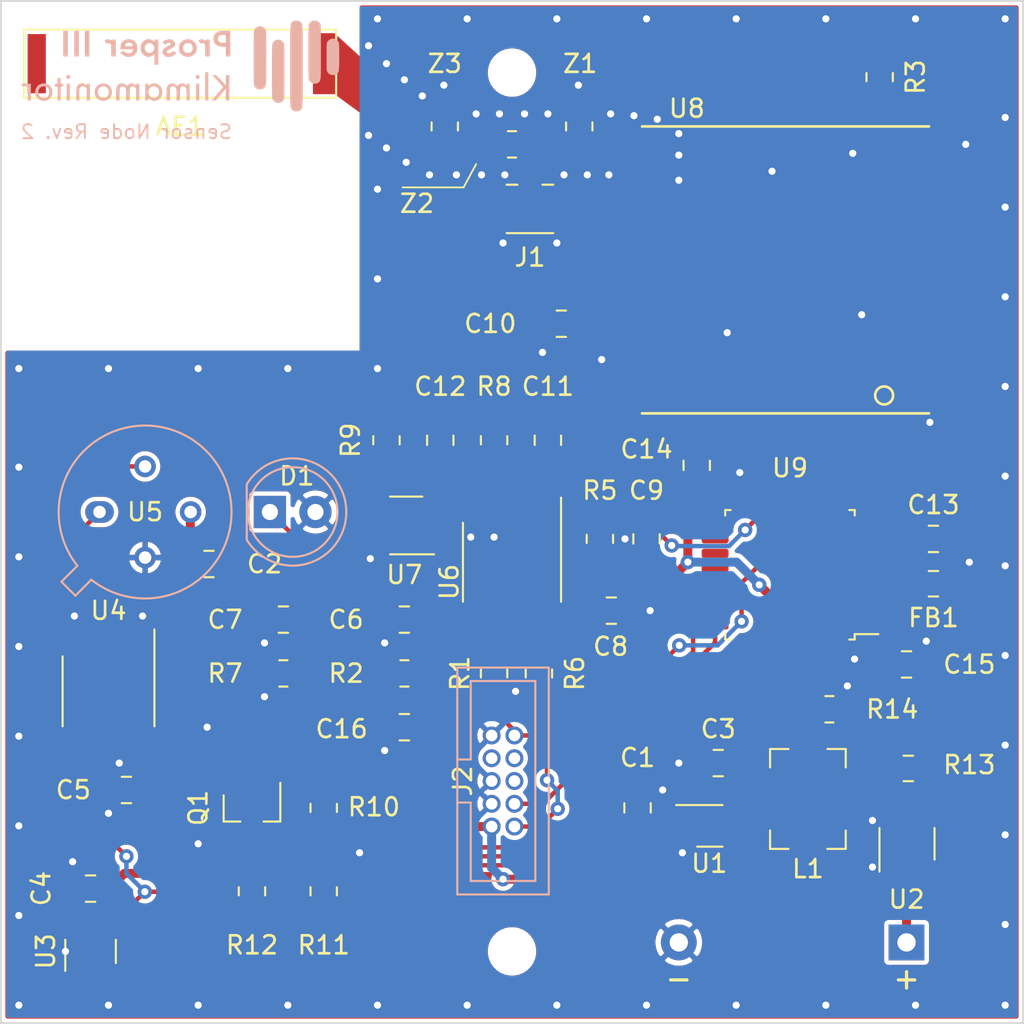
<source format=kicad_pcb>
(kicad_pcb (version 20171130) (host pcbnew "(5.1.7)-1")
  (layers (0 Front signal) (31 Back signal) (34 B.Paste user) (35 F.Paste user) (36 B.SilkS user) (37 F.SilkS user) (38 B.Mask user) (39 F.Mask user) (44 Edge.Cuts user))
  (net 0 "")
  (net 1 GND)
  (net 2 "Net-(BT1-Pad1)")
  (net 3 "Net-(C11-Pad1)")
  (net 4 +3.3VA)
  (net 5 +3V3)
  (net 6 NRST)
  (net 7 SWDIO)
  (net 8 SWCLK)
  (net 9 VIN_SENSE)
  (net 10 "Net-(L1-Pad1)")
  (net 11 SCL)
  (net 12 SDA)
  (net 13 "Net-(C11-Pad2)")
  (net 14 "Net-(C12-Pad2)")
  (net 15 PHOTO_SWITCH)
  (net 16 PHOTO_ENABLE)
  (net 17 "Net-(R5-Pad2)")
  (net 18 "Net-(C7-Pad1)")
  (net 19 MISO)
  (net 20 MOSI)
  (net 21 SCK)
  (net 22 RFM95_NSS)
  (net 23 RFM95_NRST)
  (net 24 PHOTO_SENSE)
  (net 25 "Net-(AE1-Pad1)")
  (net 26 "Net-(U3-Pad3)")
  (net 27 "Net-(U3-Pad6)")
  (net 28 RFM95_DIO5)
  (net 29 "Net-(U8-Pad11)")
  (net 30 "Net-(U8-Pad12)")
  (net 31 RFM95_IRQ)
  (net 32 "Net-(U8-Pad15)")
  (net 33 "Net-(U8-Pad16)")
  (net 34 "Net-(U9-Pad2)")
  (net 35 "Net-(U9-Pad3)")
  (net 36 "Net-(U9-Pad25)")
  (net 37 "Net-(U9-Pad26)")
  (net 38 "Net-(U9-Pad27)")
  (net 39 /PHOTO_VCC)
  (net 40 "Net-(R13-Pad2)")
  (net 41 VI2C)
  (net 42 "Net-(J2-Pad6)")
  (net 43 "Net-(J2-Pad7)")
  (net 44 "Net-(J2-Pad8)")
  (net 45 I2C_ENABLE)
  (net 46 "Net-(R14-Pad1)")
  (net 47 "Net-(J1-Pad1)")
  (net 48 "Net-(U9-Pad7)")
  (net 49 "Net-(U9-Pad19)")
  (net 50 "Net-(U9-Pad20)")
  (net 51 "Net-(U9-Pad18)")
  (net 52 "Net-(U6-Pad15)")
  (net 53 "Net-(U6-Pad12)")
  (module my-footprints-library:ProsperIIIKlimaMonitorLogo (layer Back) (at 109.956 46.55 180)
    (fp_text reference G*** hide)
    (fp_text value LOGO hide)
  )
  (module my-footprints-library:SC-70-6 (layer Front) (at 139.5 89)
    (fp_text reference U1 (at 0 2.1) (layer F.SilkS))
    (fp_text value TLV61225)
    (pad 6 smd rect (at 1.1 -0.65 270) (size 0.35 0.85) (layers Front F.Paste F.Mask) (net 9 VIN_SENSE))
    (pad 5 smd rect (at 1.1 0 270) (size 0.35 0.85) (layers Front F.Paste F.Mask) (net 10 "Net-(L1-Pad1)"))
    (pad 4 smd rect (at 1.1 0.65 270) (size 0.35 0.85) (layers Front F.Paste F.Mask) (net 5 +3V3))
    (pad 3 smd rect (at -1.1 0.65 270) (size 0.35 0.85) (layers Front F.Paste F.Mask) (net 1 GND))
    (pad 2 smd rect (at -1.1 0 270) (size 0.35 0.85) (layers Front F.Paste F.Mask) (net 5 +3V3))
    (pad 1 smd rect (at -1.1 -0.65 270) (size 0.35 0.85) (layers Front F.Paste F.Mask) (net 9 VIN_SENSE))
  )
  (module Inductor_SMD:L_0805_2012Metric_Pad1.15x1.40mm_HandSolder (layer Front) (at 152 75.5)
    (fp_text reference FB1 (at 0 1.9) (layer F.SilkS))
    (fp_text value WE742792040)
    (pad 1 smd roundrect (at -1.025 0) (size 1.15 1.4) (layers Front F.Paste F.Mask) (roundrect_rratio 0.2173904347826087) (net 5 +3V3))
    (pad 2 smd roundrect (at 1.025 0) (size 1.15 1.4) (layers Front F.Paste F.Mask) (roundrect_rratio 0.2173904347826087) (net 4 +3.3VA))
  )
  (module Package_TO_SOT_SMD:TSOT-23-6 (layer Front) (at 150.5 90 90)
    (fp_text reference U2 (at -3.1 0 180) (layer F.SilkS))
    (fp_text value TPS27081A)
    (pad 6 smd rect (at 1.31 -0.95 90) (size 1.22 0.65) (layers Front F.Paste F.Mask) (net 1 GND))
    (pad 5 smd rect (at 1.31 0 90) (size 1.22 0.65) (layers Front F.Paste F.Mask) (net 1 GND))
    (pad 4 smd rect (at 1.31 0.95 90) (size 1.22 0.65) (layers Front F.Paste F.Mask) (net 9 VIN_SENSE))
    (pad 3 smd rect (at -1.31 0.95 90) (size 1.22 0.65) (layers Front F.Paste F.Mask) (net 2 "Net-(BT1-Pad1)"))
    (pad 2 smd rect (at -1.31 0 90) (size 1.22 0.65) (layers Front F.Paste F.Mask) (net 2 "Net-(BT1-Pad1)"))
    (pad 1 smd rect (at -1.31 -0.95 90) (size 1.22 0.65) (layers Front F.Paste F.Mask) (net 1 GND))
  )
  (module LED_THT:LED_D5.0mm_Clear (layer Back) (at 115 71.5)
    (fp_text reference D1 (at 1.5 -2) (layer F.SilkS))
    (fp_text value BPV10)
    (pad 2 thru_hole circle (at 2.54 0) (size 1.8 1.8) (drill 0.9) (layers *.Cu *.Mask) (net 1 GND))
    (pad 1 thru_hole rect (at 0 0) (size 1.8 1.8) (drill 0.9) (layers *.Cu *.Mask) (net 3 "Net-(C11-Pad1)"))
  )
  (module my-footprints-library:L_Bourns-SRN4018_With3DModel (layer Front) (at 145 87.5 90)
    (fp_text reference L1 (at -3.9 0 180) (layer F.SilkS))
    (fp_text value 4.7uH)
    (pad 2 smd rect (at 1.725 0 90) (size 1.9 3.6) (layers Front F.Paste F.Mask) (net 9 VIN_SENSE))
    (pad 1 smd rect (at -1.725 0 90) (size 1.9 3.6) (layers Front F.Paste F.Mask) (net 10 "Net-(L1-Pad1)"))
  )
  (module Package_TO_SOT_SMD:SOT-23-5 (layer Front) (at 122.6 72.25 180)
    (fp_text reference U7 (at 0.1 -2.75) (layer F.SilkS))
    (fp_text value TSV911RILT)
    (pad 5 smd rect (at 1.1 -0.95 180) (size 1.06 0.65) (layers Front F.Paste F.Mask) (net 1 GND))
    (pad 4 smd rect (at 1.1 0.95 180) (size 1.06 0.65) (layers Front F.Paste F.Mask) (net 3 "Net-(C11-Pad1)"))
    (pad 3 smd rect (at -1.1 0.95 180) (size 1.06 0.65) (layers Front F.Paste F.Mask) (net 18 "Net-(C7-Pad1)"))
    (pad 2 smd rect (at -1.1 0 180) (size 1.06 0.65) (layers Front F.Paste F.Mask) (net 39 /PHOTO_VCC))
    (pad 1 smd rect (at -1.1 -0.95 180) (size 1.06 0.65) (layers Front F.Paste F.Mask) (net 52 "Net-(U6-Pad15)"))
  )
  (module my-footprints-library:RFM95W (layer Front) (at 143.75 58 180)
    (fp_text reference U8 (at 5.5 9 180) (layer F.SilkS))
    (fp_text value RFM95W)
    (pad 1 smd rect (at -8 -7 180) (size 2.5 1.2) (layers Front F.Paste F.Mask) (net 1 GND))
    (pad 2 smd rect (at -8 -5 180) (size 2.5 1.2) (layers Front F.Paste F.Mask) (net 19 MISO))
    (pad 3 smd rect (at -8 -3 180) (size 2.5 1.2) (layers Front F.Paste F.Mask) (net 20 MOSI))
    (pad 4 smd rect (at -8 -1 180) (size 2.5 1.2) (layers Front F.Paste F.Mask) (net 21 SCK))
    (pad 5 smd rect (at -8 1 180) (size 2.5 1.2) (layers Front F.Paste F.Mask) (net 22 RFM95_NSS))
    (pad 6 smd rect (at -8 3 180) (size 2.5 1.2) (layers Front F.Paste F.Mask) (net 23 RFM95_NRST))
    (pad 7 smd rect (at -8 5 180) (size 2.5 1.2) (layers Front F.Paste F.Mask) (net 28 RFM95_DIO5))
    (pad 8 smd rect (at -8 7 180) (size 2.5 1.2) (layers Front F.Paste F.Mask) (net 1 GND))
    (pad 9 smd rect (at 8 7 180) (size 2.5 1.2) (layers Front F.Paste F.Mask) (net 47 "Net-(J1-Pad1)"))
    (pad 10 smd rect (at 8 5 180) (size 2.5 1.2) (layers Front F.Paste F.Mask) (net 1 GND))
    (pad 11 smd rect (at 8 3 180) (size 2.5 1.2) (layers Front F.Paste F.Mask) (net 29 "Net-(U8-Pad11)"))
    (pad 12 smd rect (at 8 1 180) (size 2.5 1.2) (layers Front F.Paste F.Mask) (net 30 "Net-(U8-Pad12)"))
    (pad 13 smd rect (at 8 -1 180) (size 2.5 1.2) (layers Front F.Paste F.Mask) (net 5 +3V3))
    (pad 14 smd rect (at 8 -3 180) (size 2.5 1.2) (layers Front F.Paste F.Mask) (net 31 RFM95_IRQ))
    (pad 15 smd rect (at 8 -5 180) (size 2.5 1.2) (layers Front F.Paste F.Mask) (net 32 "Net-(U8-Pad15)"))
    (pad 16 smd rect (at 8 -7 180) (size 2.5 1.2) (layers Front F.Paste F.Mask) (net 33 "Net-(U8-Pad16)"))
  )
  (module Package_QFP:LQFP-32_7x7mm_P0.8mm (layer Front) (at 144 75 180)
    (fp_text reference U9 (at 0 5.952 180) (layer F.SilkS))
    (fp_text value STM32L412KB)
    (pad 1 smd roundrect (at -4.175 -2.8 180) (size 1.5 0.5) (layers Front F.Paste F.Mask) (net 5 +3V3))
    (pad 2 smd roundrect (at -4.175 -2 180) (size 1.5 0.5) (layers Front F.Paste F.Mask) (net 34 "Net-(U9-Pad2)"))
    (pad 3 smd roundrect (at -4.175 -1.2 180) (size 1.5 0.5) (layers Front F.Paste F.Mask) (net 35 "Net-(U9-Pad3)"))
    (pad 4 smd roundrect (at -4.175 -0.4 180) (size 1.5 0.5) (layers Front F.Paste F.Mask) (net 6 NRST))
    (pad 5 smd roundrect (at -4.175 0.4 180) (size 1.5 0.5) (layers Front F.Paste F.Mask) (net 4 +3.3VA))
    (pad 6 smd roundrect (at -4.175 1.2 180) (size 1.5 0.5) (layers Front F.Paste F.Mask) (net 40 "Net-(R13-Pad2)"))
    (pad 7 smd roundrect (at -4.175 2 180) (size 1.5 0.5) (layers Front F.Paste F.Mask) (net 48 "Net-(U9-Pad7)"))
    (pad 8 smd roundrect (at -4.175 2.8 180) (size 1.5 0.5) (layers Front F.Paste F.Mask) (net 28 RFM95_DIO5))
    (pad 9 smd roundrect (at -2.8 4.175 180) (size 0.5 1.5) (layers Front F.Paste F.Mask) (net 23 RFM95_NRST))
    (pad 10 smd roundrect (at -2 4.175 180) (size 0.5 1.5) (layers Front F.Paste F.Mask) (net 22 RFM95_NSS))
    (pad 11 smd roundrect (at -1.2 4.175 180) (size 0.5 1.5) (layers Front F.Paste F.Mask) (net 21 SCK))
    (pad 12 smd roundrect (at -0.4 4.175 180) (size 0.5 1.5) (layers Front F.Paste F.Mask) (net 19 MISO))
    (pad 13 smd roundrect (at 0.4 4.175 180) (size 0.5 1.5) (layers Front F.Paste F.Mask) (net 20 MOSI))
    (pad 14 smd roundrect (at 1.2 4.175 180) (size 0.5 1.5) (layers Front F.Paste F.Mask) (net 31 RFM95_IRQ))
    (pad 15 smd roundrect (at 2 4.175 180) (size 0.5 1.5) (layers Front F.Paste F.Mask) (net 24 PHOTO_SENSE))
    (pad 16 smd roundrect (at 2.8 4.175 180) (size 0.5 1.5) (layers Front F.Paste F.Mask) (net 1 GND))
    (pad 17 smd roundrect (at 4.175 2.8 180) (size 1.5 0.5) (layers Front F.Paste F.Mask) (net 5 +3V3))
    (pad 18 smd roundrect (at 4.175 2 180) (size 1.5 0.5) (layers Front F.Paste F.Mask) (net 51 "Net-(U9-Pad18)"))
    (pad 19 smd roundrect (at 4.175 1.2 180) (size 1.5 0.5) (layers Front F.Paste F.Mask) (net 49 "Net-(U9-Pad19)"))
    (pad 20 smd roundrect (at 4.175 0.4 180) (size 1.5 0.5) (layers Front F.Paste F.Mask) (net 50 "Net-(U9-Pad20)"))
    (pad 21 smd roundrect (at 4.175 -0.4 180) (size 1.5 0.5) (layers Front F.Paste F.Mask) (net 16 PHOTO_ENABLE))
    (pad 22 smd roundrect (at 4.175 -1.2 180) (size 1.5 0.5) (layers Front F.Paste F.Mask) (net 15 PHOTO_SWITCH))
    (pad 23 smd roundrect (at 4.175 -2 180) (size 1.5 0.5) (layers Front F.Paste F.Mask) (net 7 SWDIO))
    (pad 24 smd roundrect (at 4.175 -2.8 180) (size 1.5 0.5) (layers Front F.Paste F.Mask) (net 8 SWCLK))
    (pad 25 smd roundrect (at 2.8 -4.175 180) (size 0.5 1.5) (layers Front F.Paste F.Mask) (net 36 "Net-(U9-Pad25)"))
    (pad 26 smd roundrect (at 2 -4.175 180) (size 0.5 1.5) (layers Front F.Paste F.Mask) (net 37 "Net-(U9-Pad26)"))
    (pad 27 smd roundrect (at 1.2 -4.175 180) (size 0.5 1.5) (layers Front F.Paste F.Mask) (net 38 "Net-(U9-Pad27)"))
    (pad 28 smd roundrect (at 0.4 -4.175 180) (size 0.5 1.5) (layers Front F.Paste F.Mask) (net 45 I2C_ENABLE))
    (pad 29 smd roundrect (at -0.4 -4.175 180) (size 0.5 1.5) (layers Front F.Paste F.Mask) (net 11 SCL))
    (pad 30 smd roundrect (at -1.2 -4.175 180) (size 0.5 1.5) (layers Front F.Paste F.Mask) (net 12 SDA))
    (pad 31 smd roundrect (at -2 -4.175 180) (size 0.5 1.5) (layers Front F.Paste F.Mask) (net 46 "Net-(R14-Pad1)"))
    (pad 32 smd roundrect (at -2.8 -4.175 180) (size 0.5 1.5) (layers Front F.Paste F.Mask) (net 1 GND))
  )
  (module Capacitor_SMD:C_0805_2012Metric_Pad1.18x1.45mm_HandSolder (layer Front) (at 135.5 88 90)
    (fp_text reference C1 (at 2.8 0) (layer F.SilkS))
    (fp_text value 10uF)
    (pad 2 smd roundrect (at 1.0375 0 90) (size 1.175 1.45) (layers Front F.Paste F.Mask) (roundrect_rratio 0.2127659574468085) (net 1 GND))
    (pad 1 smd roundrect (at -1.0375 0 90) (size 1.175 1.45) (layers Front F.Paste F.Mask) (roundrect_rratio 0.2127659574468085) (net 5 +3V3))
  )
  (module Capacitor_SMD:C_0805_2012Metric_Pad1.18x1.45mm_HandSolder (layer Front) (at 111.6 74.4)
    (fp_text reference C2 (at 3.1 0) (layer F.SilkS))
    (fp_text value 100nF)
    (pad 2 smd roundrect (at 1.0375 0) (size 1.175 1.45) (layers Front F.Paste F.Mask) (roundrect_rratio 0.2127659574468085) (net 1 GND))
    (pad 1 smd roundrect (at -1.0375 0) (size 1.175 1.45) (layers Front F.Paste F.Mask) (roundrect_rratio 0.2127659574468085) (net 41 VI2C))
  )
  (module Capacitor_SMD:C_0805_2012Metric_Pad1.18x1.45mm_HandSolder (layer Front) (at 140 85.5 180)
    (fp_text reference C3 (at 0 1.9) (layer F.SilkS))
    (fp_text value 10uF)
    (pad 2 smd roundrect (at 1.0375 0 180) (size 1.175 1.45) (layers Front F.Paste F.Mask) (roundrect_rratio 0.2127659574468085) (net 1 GND))
    (pad 1 smd roundrect (at -1.0375 0 180) (size 1.175 1.45) (layers Front F.Paste F.Mask) (roundrect_rratio 0.2127659574468085) (net 9 VIN_SENSE))
  )
  (module Capacitor_SMD:C_0805_2012Metric_Pad1.18x1.45mm_HandSolder (layer Front) (at 105 92.5 180)
    (fp_text reference C4 (at 2.75 0 270) (layer F.SilkS))
    (fp_text value 100nF)
    (pad 2 smd roundrect (at 1.0375 0 180) (size 1.175 1.45) (layers Front F.Paste F.Mask) (roundrect_rratio 0.2127659574468085) (net 1 GND))
    (pad 1 smd roundrect (at -1.0375 0 180) (size 1.175 1.45) (layers Front F.Paste F.Mask) (roundrect_rratio 0.2127659574468085) (net 41 VI2C))
  )
  (module Capacitor_SMD:C_0805_2012Metric_Pad1.18x1.45mm_HandSolder (layer Front) (at 107 87 180)
    (fp_text reference C5 (at 2.9625 0) (layer F.SilkS))
    (fp_text value 100nF)
    (pad 2 smd roundrect (at 1.0375 0 180) (size 1.175 1.45) (layers Front F.Paste F.Mask) (roundrect_rratio 0.2127659574468085) (net 1 GND))
    (pad 1 smd roundrect (at -1.0375 0 180) (size 1.175 1.45) (layers Front F.Paste F.Mask) (roundrect_rratio 0.2127659574468085) (net 41 VI2C))
  )
  (module Capacitor_SMD:C_0805_2012Metric_Pad1.18x1.45mm_HandSolder (layer Front) (at 122.5 77.5 180)
    (fp_text reference C6 (at 3.25 0 180) (layer F.SilkS))
    (fp_text value 100nF)
    (pad 2 smd roundrect (at 1.0375 0 180) (size 1.175 1.45) (layers Front F.Paste F.Mask) (roundrect_rratio 0.2127659574468085) (net 1 GND))
    (pad 1 smd roundrect (at -1.0375 0 180) (size 1.175 1.45) (layers Front F.Paste F.Mask) (roundrect_rratio 0.2127659574468085) (net 39 /PHOTO_VCC))
  )
  (module Capacitor_SMD:C_0805_2012Metric_Pad1.18x1.45mm_HandSolder (layer Front) (at 115.75 77.5 180)
    (fp_text reference C7 (at 3.25 0 180) (layer F.SilkS))
    (fp_text value 100nF)
    (pad 2 smd roundrect (at 1.0375 0 180) (size 1.175 1.45) (layers Front F.Paste F.Mask) (roundrect_rratio 0.2127659574468085) (net 1 GND))
    (pad 1 smd roundrect (at -1.0375 0 180) (size 1.175 1.45) (layers Front F.Paste F.Mask) (roundrect_rratio 0.2127659574468085) (net 18 "Net-(C7-Pad1)"))
  )
  (module Capacitor_SMD:C_0805_2012Metric_Pad1.18x1.45mm_HandSolder (layer Front) (at 134.0375 77)
    (fp_text reference C8 (at -0.0375 2) (layer F.SilkS))
    (fp_text value 100nF)
    (pad 2 smd roundrect (at 1.0375 0) (size 1.175 1.45) (layers Front F.Paste F.Mask) (roundrect_rratio 0.2127659574468085) (net 1 GND))
    (pad 1 smd roundrect (at -1.0375 0) (size 1.175 1.45) (layers Front F.Paste F.Mask) (roundrect_rratio 0.2127659574468085) (net 5 +3V3))
  )
  (module Capacitor_SMD:C_0805_2012Metric_Pad1.18x1.45mm_HandSolder (layer Front) (at 136 73 270)
    (fp_text reference C9 (at -2.7 0) (layer F.SilkS))
    (fp_text value 100nF)
    (pad 2 smd roundrect (at 1.0375 0 270) (size 1.175 1.45) (layers Front F.Paste F.Mask) (roundrect_rratio 0.2127659574468085) (net 1 GND))
    (pad 1 smd roundrect (at -1.0375 0 270) (size 1.175 1.45) (layers Front F.Paste F.Mask) (roundrect_rratio 0.2127659574468085) (net 24 PHOTO_SENSE))
  )
  (module Capacitor_SMD:C_0805_2012Metric_Pad1.18x1.45mm_HandSolder (layer Front) (at 131.25 61 180)
    (fp_text reference C10 (at 3.9625 0) (layer F.SilkS))
    (fp_text value 100nF)
    (pad 2 smd roundrect (at 1.0375 0 180) (size 1.175 1.45) (layers Front F.Paste F.Mask) (roundrect_rratio 0.2127659574468085) (net 1 GND))
    (pad 1 smd roundrect (at -1.0375 0 180) (size 1.175 1.45) (layers Front F.Paste F.Mask) (roundrect_rratio 0.2127659574468085) (net 5 +3V3))
  )
  (module Capacitor_SMD:C_0805_2012Metric_Pad1.18x1.45mm_HandSolder (layer Front) (at 130.5 67.5 90)
    (fp_text reference C11 (at 3 0 180) (layer F.SilkS))
    (fp_text value 4.7pF)
    (pad 2 smd roundrect (at 1.0375 0 90) (size 1.175 1.45) (layers Front F.Paste F.Mask) (roundrect_rratio 0.2127659574468085) (net 13 "Net-(C11-Pad2)"))
    (pad 1 smd roundrect (at -1.0375 0 90) (size 1.175 1.45) (layers Front F.Paste F.Mask) (roundrect_rratio 0.2127659574468085) (net 3 "Net-(C11-Pad1)"))
  )
  (module Capacitor_SMD:C_0805_2012Metric_Pad1.18x1.45mm_HandSolder (layer Front) (at 124.5 67.5 90)
    (fp_text reference C12 (at 3 0 180) (layer F.SilkS))
    (fp_text value 15pF)
    (pad 2 smd roundrect (at 1.0375 0 90) (size 1.175 1.45) (layers Front F.Paste F.Mask) (roundrect_rratio 0.2127659574468085) (net 14 "Net-(C12-Pad2)"))
    (pad 1 smd roundrect (at -1.0375 0 90) (size 1.175 1.45) (layers Front F.Paste F.Mask) (roundrect_rratio 0.2127659574468085) (net 3 "Net-(C11-Pad1)"))
  )
  (module Capacitor_SMD:C_0805_2012Metric_Pad1.18x1.45mm_HandSolder (layer Front) (at 138.8 68.9 90)
    (fp_text reference C14 (at 0.9 -2.8) (layer F.SilkS))
    (fp_text value 100nF)
    (pad 2 smd roundrect (at 1.0375 0 90) (size 1.175 1.45) (layers Front F.Paste F.Mask) (roundrect_rratio 0.2127659574468085) (net 1 GND))
    (pad 1 smd roundrect (at -1.0375 0 90) (size 1.175 1.45) (layers Front F.Paste F.Mask) (roundrect_rratio 0.2127659574468085) (net 5 +3V3))
  )
  (module Capacitor_SMD:C_0805_2012Metric_Pad1.18x1.45mm_HandSolder (layer Front) (at 150.5 80)
    (fp_text reference C15 (at 3.5 0) (layer F.SilkS))
    (fp_text value 100nF)
    (pad 2 smd roundrect (at 1.0375 0) (size 1.175 1.45) (layers Front F.Paste F.Mask) (roundrect_rratio 0.2127659574468085) (net 1 GND))
    (pad 1 smd roundrect (at -1.0375 0) (size 1.175 1.45) (layers Front F.Paste F.Mask) (roundrect_rratio 0.2127659574468085) (net 5 +3V3))
  )
  (module Capacitor_SMD:C_0805_2012Metric_Pad1.18x1.45mm_HandSolder (layer Front) (at 152 73)
    (fp_text reference C13 (at 0 -1.9 180) (layer F.SilkS))
    (fp_text value 100nF)
    (pad 1 smd roundrect (at -1.0375 0) (size 1.175 1.45) (layers Front F.Paste F.Mask) (roundrect_rratio 0.2127659574468085) (net 4 +3.3VA))
    (pad 2 smd roundrect (at 1.0375 0) (size 1.175 1.45) (layers Front F.Paste F.Mask) (roundrect_rratio 0.2127659574468085) (net 1 GND))
  )
  (module Resistor_SMD:R_0805_2012Metric_Pad1.20x1.40mm_HandSolder (layer Front) (at 122.5 80.5)
    (fp_text reference R2 (at -3.25 0 180) (layer F.SilkS))
    (fp_text value 330k)
    (pad 2 smd roundrect (at 1 0) (size 1.2 1.4) (layers Front F.Paste F.Mask) (roundrect_rratio 0.2083325) (net 39 /PHOTO_VCC))
    (pad 1 smd roundrect (at -1 0) (size 1.2 1.4) (layers Front F.Paste F.Mask) (roundrect_rratio 0.2083325) (net 18 "Net-(C7-Pad1)"))
  )
  (module Resistor_SMD:R_0805_2012Metric_Pad1.20x1.40mm_HandSolder (layer Front) (at 149 47.25 270)
    (fp_text reference R3 (at 0 -2 90) (layer F.SilkS))
    (fp_text value 100k)
    (pad 2 smd roundrect (at 1 0 270) (size 1.2 1.4) (layers Front F.Paste F.Mask) (roundrect_rratio 0.2083325) (net 23 RFM95_NRST))
    (pad 1 smd roundrect (at -1 0 270) (size 1.2 1.4) (layers Front F.Paste F.Mask) (roundrect_rratio 0.2083325) (net 5 +3V3))
  )
  (module Resistor_SMD:R_0805_2012Metric_Pad1.20x1.40mm_HandSolder (layer Front) (at 133.4 73 270)
    (fp_text reference R5 (at -2.7 0) (layer F.SilkS))
    (fp_text value 10k)
    (pad 2 smd roundrect (at 1 0 270) (size 1.2 1.4) (layers Front F.Paste F.Mask) (roundrect_rratio 0.2083325) (net 17 "Net-(R5-Pad2)"))
    (pad 1 smd roundrect (at -1 0 270) (size 1.2 1.4) (layers Front F.Paste F.Mask) (roundrect_rratio 0.2083325) (net 24 PHOTO_SENSE))
  )
  (module Resistor_SMD:R_0805_2012Metric_Pad1.20x1.40mm_HandSolder (layer Front) (at 130 80.5 90)
    (fp_text reference R6 (at 0 2 270) (layer F.SilkS))
    (fp_text value 100k)
    (pad 2 smd roundrect (at 1 0 90) (size 1.2 1.4) (layers Front F.Paste F.Mask) (roundrect_rratio 0.2083325) (net 16 PHOTO_ENABLE))
    (pad 1 smd roundrect (at -1 0 90) (size 1.2 1.4) (layers Front F.Paste F.Mask) (roundrect_rratio 0.2083325) (net 1 GND))
  )
  (module Resistor_SMD:R_0805_2012Metric_Pad1.20x1.40mm_HandSolder (layer Front) (at 115.75 80.5)
    (fp_text reference R7 (at -3.25 0 180) (layer F.SilkS))
    (fp_text value 10k)
    (pad 2 smd roundrect (at 1 0) (size 1.2 1.4) (layers Front F.Paste F.Mask) (roundrect_rratio 0.2083325) (net 18 "Net-(C7-Pad1)"))
    (pad 1 smd roundrect (at -1 0) (size 1.2 1.4) (layers Front F.Paste F.Mask) (roundrect_rratio 0.2083325) (net 1 GND))
  )
  (module Resistor_SMD:R_0805_2012Metric_Pad1.20x1.40mm_HandSolder (layer Front) (at 127.5 67.5 90)
    (fp_text reference R8 (at 3 0) (layer F.SilkS))
    (fp_text value 1M)
    (pad 2 smd roundrect (at 1 0 90) (size 1.2 1.4) (layers Front F.Paste F.Mask) (roundrect_rratio 0.2083325) (net 13 "Net-(C11-Pad2)"))
    (pad 1 smd roundrect (at -1 0 90) (size 1.2 1.4) (layers Front F.Paste F.Mask) (roundrect_rratio 0.2083325) (net 3 "Net-(C11-Pad1)"))
  )
  (module Resistor_SMD:R_0805_2012Metric_Pad1.20x1.40mm_HandSolder (layer Front) (at 121.5 67.5 90)
    (fp_text reference R9 (at 0 -2 270) (layer F.SilkS))
    (fp_text value 33k)
    (pad 2 smd roundrect (at 1 0 90) (size 1.2 1.4) (layers Front F.Paste F.Mask) (roundrect_rratio 0.2083325) (net 14 "Net-(C12-Pad2)"))
    (pad 1 smd roundrect (at -1 0 90) (size 1.2 1.4) (layers Front F.Paste F.Mask) (roundrect_rratio 0.2083325) (net 3 "Net-(C11-Pad1)"))
  )
  (module Resistor_SMD:R_0805_2012Metric_Pad1.20x1.40mm_HandSolder (layer Front) (at 118 92.65 270)
    (fp_text reference R11 (at 3 0 180) (layer F.SilkS))
    (fp_text value 4.7k)
    (pad 2 smd roundrect (at 1 0 270) (size 1.2 1.4) (layers Front F.Paste F.Mask) (roundrect_rratio 0.2083325) (net 11 SCL))
    (pad 1 smd roundrect (at -1 0 270) (size 1.2 1.4) (layers Front F.Paste F.Mask) (roundrect_rratio 0.2083325) (net 41 VI2C))
  )
  (module Resistor_SMD:R_0805_2012Metric_Pad1.20x1.40mm_HandSolder (layer Front) (at 114 92.65 270)
    (fp_text reference R12 (at 3 0 180) (layer F.SilkS))
    (fp_text value 4.7k)
    (pad 2 smd roundrect (at 1 0 270) (size 1.2 1.4) (layers Front F.Paste F.Mask) (roundrect_rratio 0.2083325) (net 12 SDA))
    (pad 1 smd roundrect (at -1 0 270) (size 1.2 1.4) (layers Front F.Paste F.Mask) (roundrect_rratio 0.2083325) (net 41 VI2C))
  )
  (module Sensor_Humidity:Sensirion_DFN-8-1EP_2.5x2.5mm_P0.5mm_EP1.1x1.7mm (layer Front) (at 105 96 90)
    (fp_text reference U3 (at 0 -2.5 270) (layer F.SilkS))
    (fp_text value SHT31-DIS)
    (pad 9 smd custom (at 0 0 90) (size 1 1) (layers Front F.Mask) (net 1 GND) (options (clearance outline) (anchor circle)) (primitives (gr_poly (pts (xy 0.5 0.85) (xy -0.5 0.85) (xy -0.5 -0.55) (xy -0.2 -0.85) (xy 0.5 -0.85)) (width 0))))
    (pad 8 smd rect (at 1.175 -0.75 90) (size 0.55 0.25) (layers Front F.Paste F.Mask) (net 1 GND))
    (pad 7 smd rect (at 1.175 -0.25 90) (size 0.55 0.25) (layers Front F.Paste F.Mask) (net 1 GND))
    (pad 6 smd rect (at 1.175 0.25 90) (size 0.55 0.25) (layers Front F.Paste F.Mask) (net 27 "Net-(U3-Pad6)"))
    (pad 5 smd rect (at 1.175 0.75 90) (size 0.55 0.25) (layers Front F.Paste F.Mask) (net 41 VI2C))
    (pad 4 smd rect (at -1.175 0.75 270) (size 0.55 0.25) (layers Front F.Paste F.Mask) (net 11 SCL))
    (pad 3 smd rect (at -1.175 0.25 90) (size 0.55 0.25) (layers Front F.Paste F.Mask) (net 26 "Net-(U3-Pad3)"))
    (pad 2 smd rect (at -1.175 -0.25 90) (size 0.55 0.25) (layers Front F.Paste F.Mask) (net 1 GND))
    (pad 1 smd rect (at -1.175 -0.75 90) (size 0.55 0.25) (layers Front F.Paste F.Mask) (net 12 SDA))
  )
  (module Resistor_SMD:R_0805_2012Metric_Pad1.20x1.40mm_HandSolder (layer Front) (at 146.2 82.5)
    (fp_text reference R14 (at 3.5 0 -180) (layer F.SilkS))
    (fp_text value 10k)
    (pad 2 smd roundrect (at 1 0) (size 1.2 1.4) (layers Front F.Paste F.Mask) (roundrect_rratio 0.2083325) (net 1 GND))
    (pad 1 smd roundrect (at -1 0) (size 1.2 1.4) (layers Front F.Paste F.Mask) (roundrect_rratio 0.2083325) (net 46 "Net-(R14-Pad1)"))
  )
  (module my-footprints-library:Linx_ANT-868-CHP-T (layer Front) (at 110 46.5 180)
    (fp_text reference AE1 (at -0.001 -3.5) (layer F.SilkS))
    (fp_text value ANT-868-CHP-T)
    (pad 1 smd rect (at -8.001 0 180) (size 1.016 3.302) (layers Front F.Paste F.Mask) (net 25 "Net-(AE1-Pad1)"))
    (pad 2 smd rect (at 8.001 0 180) (size 1.016 3.302) (layers Front F.Paste F.Mask))
  )
  (module Resistor_SMD:R_0805_2012Metric_Pad1.20x1.40mm_HandSolder (layer Front) (at 118 88 90)
    (fp_text reference R10 (at 0.05 2.8) (layer F.SilkS))
    (fp_text value 100k)
    (pad 2 smd roundrect (at 1 0 90) (size 1.2 1.4) (layers Front F.Paste F.Mask) (roundrect_rratio 0.2083325) (net 5 +3V3))
    (pad 1 smd roundrect (at -1 0 90) (size 1.2 1.4) (layers Front F.Paste F.Mask) (roundrect_rratio 0.2083325) (net 45 I2C_ENABLE))
  )
  (module Package_TO_SOT_SMD:SOT-23 (layer Front) (at 114 88 270)
    (fp_text reference Q1 (at 0 3 270) (layer F.SilkS))
    (fp_text value PMV250EPEA)
    (pad 3 smd rect (at 1 0 270) (size 0.9 0.8) (layers Front F.Paste F.Mask) (net 41 VI2C))
    (pad 2 smd rect (at -1 0.95 270) (size 0.9 0.8) (layers Front F.Paste F.Mask) (net 5 +3V3))
    (pad 1 smd rect (at -1 -0.95 270) (size 0.9 0.8) (layers Front F.Paste F.Mask) (net 45 I2C_ENABLE))
  )
  (module Resistor_SMD:R_0805_2012Metric_Pad1.20x1.40mm_HandSolder (layer Front) (at 132.25 50 90)
    (fp_text reference Z1 (at 3.5 0.05 180) (layer F.SilkS))
    (fp_text value Z)
    (pad 2 smd roundrect (at 1 0 90) (size 1.2 1.4) (layers Front F.Paste F.Mask) (roundrect_rratio 0.2083325) (net 1 GND))
    (pad 1 smd roundrect (at -1 0 90) (size 1.2 1.4) (layers Front F.Paste F.Mask) (roundrect_rratio 0.2083325) (net 47 "Net-(J1-Pad1)"))
  )
  (module Resistor_SMD:R_0805_2012Metric_Pad1.20x1.40mm_HandSolder (layer Front) (at 128.5 51 180)
    (fp_text reference Z2 (at 5.3 -3.3) (layer F.SilkS))
    (fp_text value Z)
    (pad 2 smd roundrect (at 1 0 180) (size 1.2 1.4) (layers Front F.Paste F.Mask) (roundrect_rratio 0.2083325) (net 25 "Net-(AE1-Pad1)"))
    (pad 1 smd roundrect (at -1 0 180) (size 1.2 1.4) (layers Front F.Paste F.Mask) (roundrect_rratio 0.2083325) (net 47 "Net-(J1-Pad1)"))
  )
  (module Resistor_SMD:R_0805_2012Metric_Pad1.20x1.40mm_HandSolder (layer Front) (at 124.75 50 270)
    (fp_text reference Z3 (at -3.5 0 180) (layer F.SilkS))
    (fp_text value Z)
    (pad 2 smd roundrect (at 1 0 270) (size 1.2 1.4) (layers Front F.Paste F.Mask) (roundrect_rratio 0.2083325) (net 25 "Net-(AE1-Pad1)"))
    (pad 1 smd roundrect (at -1 0 270) (size 1.2 1.4) (layers Front F.Paste F.Mask) (roundrect_rratio 0.2083325) (net 1 GND))
  )
  (module Package_TO_SOT_THT:TO-39-4 (layer Back) (at 105.5 71.5)
    (fp_text reference U5 (at 2.54 0) (layer F.SilkS))
    (fp_text value MLX90614)
    (pad 4 thru_hole oval (at 2.54 2.54) (size 1.2 1.2) (drill 0.7) (layers *.Cu *.Mask) (net 1 GND))
    (pad 3 thru_hole oval (at 5.08 0) (size 1.2 1.2) (drill 0.7) (layers *.Cu *.Mask) (net 41 VI2C))
    (pad 2 thru_hole oval (at 2.54 -2.54) (size 1.2 1.2) (drill 0.7) (layers *.Cu *.Mask) (net 12 SDA))
    (pad 1 thru_hole oval (at 0 0) (size 1.6 1.2) (drill 0.7) (layers *.Cu *.Mask) (net 11 SCL))
  )
  (module my-footprints-library:CONUFL001-SMD (layer Front) (at 129.5 54.65 180)
    (fp_text reference J1 (at 0 -2.65 180) (layer F.SilkS))
    (fp_text value CONUFL001-SMD-T)
    (pad 1 smd rect (at 0 1.525 180) (size 1 1.05) (layers Front F.Paste F.Mask) (net 47 "Net-(J1-Pad1)"))
    (pad 2 smd rect (at 1.475 0 180) (size 1.05 2.2) (layers Front F.Paste F.Mask) (net 1 GND))
    (pad 2 smd rect (at -1.475 0 180) (size 1.05 2.2) (layers Front F.Paste F.Mask) (net 1 GND))
  )
  (module Capacitor_SMD:C_0805_2012Metric_Pad1.18x1.45mm_HandSolder (layer Front) (at 122.5 83.5 180)
    (fp_text reference C16 (at 3.5 -0.1 180) (layer F.SilkS))
    (fp_text value 100nF)
    (pad 2 smd roundrect (at 1.0375 0 180) (size 1.175 1.45) (layers Front F.Paste F.Mask) (roundrect_rratio 0.2127659574468085) (net 1 GND))
    (pad 1 smd roundrect (at -1.0375 0 180) (size 1.175 1.45) (layers Front F.Paste F.Mask) (roundrect_rratio 0.2127659574468085) (net 6 NRST))
  )
  (module MountingHole:MountingHole_2.2mm_M2 (layer Front) (at 128.5 96)
    (fp_text reference H1 hide)
    (fp_text value MountingHole)
    (pad 1 np_thru_hole circle (at 0 0) (size 2.2 2.2) (drill 2.2) (layers *.Cu *.Mask))
  )
  (module MountingHole:MountingHole_2.2mm_M2 (layer Front) (at 128.5 47)
    (fp_text reference H2 hide)
    (fp_text value MountingHole)
    (pad 1 np_thru_hole circle (at 0 0) (size 2.2 2.2) (drill 2.2) (layers *.Cu *.Mask))
  )
  (module my-footprints-library:SHF-105-01-L-D-TH (layer Back) (at 128 86.5 90)
    (fp_text reference J2 (at 0 -2.25 90) (layer F.SilkS))
    (fp_text value SHF-105-01-L-D-TH)
    (pad 2 thru_hole circle (at -2.54 0.635 90) (size 1 1) (drill 0.65) (layers *.Cu *.Mask) (net 7 SWDIO))
    (pad 4 thru_hole circle (at -1.27 0.635 90) (size 1 1) (drill 0.65) (layers *.Cu *.Mask) (net 8 SWCLK))
    (pad 10 thru_hole circle (at 2.54 0.635 90) (size 1 1) (drill 0.65) (layers *.Cu *.Mask) (net 6 NRST))
    (pad 8 thru_hole circle (at 1.27 0.635 90) (size 1 1) (drill 0.65) (layers *.Cu *.Mask) (net 44 "Net-(J2-Pad8)"))
    (pad 9 thru_hole circle (at 2.54 -0.635 90) (size 1 1) (drill 0.65) (layers *.Cu *.Mask) (net 1 GND))
    (pad 7 thru_hole circle (at 1.27 -0.635 90) (size 1 1) (drill 0.65) (layers *.Cu *.Mask) (net 43 "Net-(J2-Pad7)"))
    (pad 1 thru_hole circle (at -2.54 -0.635 90) (size 1 1) (drill 0.65) (layers *.Cu *.Mask) (net 5 +3V3))
    (pad 3 thru_hole circle (at -1.27 -0.635 90) (size 1 1) (drill 0.65) (layers *.Cu *.Mask) (net 1 GND))
    (pad 6 thru_hole circle (at 0 0.635 90) (size 1 1) (drill 0.65) (layers *.Cu *.Mask) (net 42 "Net-(J2-Pad6)"))
    (pad 5 thru_hole circle (at 0 -0.635 90) (size 1 1) (drill 0.65) (layers *.Cu *.Mask) (net 1 GND))
  )
  (module my-footprints-library:BatteryHolder_Keystone_2468_2xAAA_NoSilkscreen (layer Back) (at 150.5 95.5 90)
    (fp_text reference BT1 hide)
    (fp_text value Keystone-2468)
    (pad 2 thru_hole circle (at 0 -12.7 90) (size 2 2) (drill 1.02) (layers *.Cu *.Mask) (net 1 GND))
    (pad 1 thru_hole rect (at 0 0 90) (size 2 2) (drill 1.02) (layers *.Cu *.Mask) (net 2 "Net-(BT1-Pad1)"))
  )
  (module Package_SO:SOIC-8_3.9x4.9mm_P1.27mm (layer Front) (at 106 81.5 270)
    (fp_text reference U4 (at -4.5 0 180) (layer F.SilkS))
    (fp_text value 24LC32)
    (pad 8 smd roundrect (at 2.475 -1.905 270) (size 1.95 0.6) (layers Front F.Paste F.Mask) (net 41 VI2C))
    (pad 7 smd roundrect (at 2.475 -0.635 270) (size 1.95 0.6) (layers Front F.Paste F.Mask) (net 1 GND))
    (pad 6 smd roundrect (at 2.475 0.635 270) (size 1.95 0.6) (layers Front F.Paste F.Mask) (net 11 SCL))
    (pad 5 smd roundrect (at 2.475 1.905 270) (size 1.95 0.6) (layers Front F.Paste F.Mask) (net 12 SDA))
    (pad 4 smd roundrect (at -2.475 1.905 270) (size 1.95 0.6) (layers Front F.Paste F.Mask) (net 1 GND))
    (pad 3 smd roundrect (at -2.475 0.635 270) (size 1.95 0.6) (layers Front F.Paste F.Mask) (net 1 GND))
    (pad 2 smd roundrect (at -2.475 -0.635 270) (size 1.95 0.6) (layers Front F.Paste F.Mask) (net 1 GND))
    (pad 1 smd roundrect (at -2.475 -1.905 270) (size 1.95 0.6) (layers Front F.Paste F.Mask) (net 1 GND))
  )
  (module Package_SO:TSSOP-16_4.4x5mm_P0.65mm (layer Front) (at 128.5 74.3 270)
    (fp_text reference U6 (at 1.1 3.5 270) (layer F.SilkS))
    (fp_text value ADG633YRU)
    (pad 16 smd roundrect (at 2.8625 -2.275 270) (size 1.475 0.4) (layers Front F.Paste F.Mask) (net 5 +3V3))
    (pad 15 smd roundrect (at 2.8625 -1.625 270) (size 1.475 0.4) (layers Front F.Paste F.Mask) (net 52 "Net-(U6-Pad15)"))
    (pad 14 smd roundrect (at 2.8625 -0.975 270) (size 1.475 0.4) (layers Front F.Paste F.Mask) (net 5 +3V3))
    (pad 13 smd roundrect (at 2.8625 -0.325 270) (size 1.475 0.4) (layers Front F.Paste F.Mask) (net 39 /PHOTO_VCC))
    (pad 12 smd roundrect (at 2.8625 0.325 270) (size 1.475 0.4) (layers Front F.Paste F.Mask) (net 53 "Net-(U6-Pad12)"))
    (pad 11 smd roundrect (at 2.8625 0.975 270) (size 1.475 0.4) (layers Front F.Paste F.Mask) (net 16 PHOTO_ENABLE))
    (pad 10 smd roundrect (at 2.8625 1.625 270) (size 1.475 0.4) (layers Front F.Paste F.Mask) (net 15 PHOTO_SWITCH))
    (pad 9 smd roundrect (at 2.8625 2.275 270) (size 1.475 0.4) (layers Front F.Paste F.Mask) (net 15 PHOTO_SWITCH))
    (pad 8 smd roundrect (at -2.8625 2.275 270) (size 1.475 0.4) (layers Front F.Paste F.Mask) (net 1 GND))
    (pad 7 smd roundrect (at -2.8625 1.625 270) (size 1.475 0.4) (layers Front F.Paste F.Mask) (net 1 GND))
    (pad 6 smd roundrect (at -2.8625 0.975 270) (size 1.475 0.4) (layers Front F.Paste F.Mask) (net 1 GND))
    (pad 5 smd roundrect (at -2.8625 0.325 270) (size 1.475 0.4) (layers Front F.Paste F.Mask) (net 13 "Net-(C11-Pad2)"))
    (pad 4 smd roundrect (at -2.8625 -0.325 270) (size 1.475 0.4) (layers Front F.Paste F.Mask) (net 17 "Net-(R5-Pad2)"))
    (pad 3 smd roundrect (at -2.8625 -0.975 270) (size 1.475 0.4) (layers Front F.Paste F.Mask) (net 14 "Net-(C12-Pad2)"))
    (pad 2 smd roundrect (at -2.8625 -1.625 270) (size 1.475 0.4) (layers Front F.Paste F.Mask) (net 13 "Net-(C11-Pad2)"))
    (pad 1 smd roundrect (at -2.8625 -2.275 270) (size 1.475 0.4) (layers Front F.Paste F.Mask) (net 14 "Net-(C12-Pad2)"))
  )
  (module Resistor_SMD:R_0805_2012Metric_Pad1.20x1.40mm_HandSolder (layer Front) (at 127.5 80.5 90)
    (fp_text reference R1 (at 0 -1.9 90) (layer F.SilkS))
    (fp_text value 100k)
    (pad 2 smd roundrect (at 1 0 90) (size 1.2 1.4) (layers Front F.Paste F.Mask) (roundrect_rratio 0.2083325) (net 15 PHOTO_SWITCH))
    (pad 1 smd roundrect (at -1 0 90) (size 1.2 1.4) (layers Front F.Paste F.Mask) (roundrect_rratio 0.2083325) (net 1 GND))
  )
  (module Resistor_SMD:R_0805_2012Metric_Pad1.15x1.40mm_HandSolder (layer Front) (at 150.6 85.8)
    (fp_text reference R13 (at 3.4 -0.2) (layer F.SilkS))
    (fp_text value 100)
    (pad 2 smd roundrect (at 1.025 0) (size 1.15 1.4) (layers Front F.Paste F.Mask) (roundrect_rratio 0.2173904347826087) (net 40 "Net-(R13-Pad2)"))
    (pad 1 smd roundrect (at -1.025 0) (size 1.15 1.4) (layers Front F.Paste F.Mask) (roundrect_rratio 0.2173904347826087) (net 9 VIN_SENSE))
  )
  (gr_line (start 125.8 53.4) (end 126.5 52.1) (layer F.SilkS) (width 0.1))
  (gr_line (start 122.4 53.4) (end 125.8 53.4) (layer F.SilkS) (width 0.1))
  (gr_text "Sensor Node Rev. 2" (at 107 50.3) (layer B.SilkS) (effects (font (size 0.78 0.78) (thickness 0.1)) (justify mirror)))
  (gr_text - (at 137.8 97.5) (layer F.SilkS) (effects (font (size 1.2 1.2) (thickness 0.18))))
  (gr_text + (at 150.5 97.5) (layer F.SilkS) (effects (font (size 1.2 1.2) (thickness 0.18))))
  (gr_line (start 100 43) (end 100 100) (layer Edge.Cuts) (width 0.1))
  (gr_line (start 157 43) (end 100 43) (layer Edge.Cuts) (width 0.1))
  (gr_line (start 157 100) (end 157 43) (layer Edge.Cuts) (width 0.1))
  (gr_line (start 100 100) (end 157 100) (layer Edge.Cuts) (width 0.1))
  (segment (start 104.75 96.25) (end 105 96) (width 0.25) (layer Front) (net 1))
  (segment (start 104.75 97.175) (end 104.75 96.25) (width 0.25) (layer Front) (net 1))
  (segment (start 104.749999 95.749999) (end 104.749999 94.825) (width 0.25) (layer Front) (net 1))
  (segment (start 105 96) (end 104.749999 95.749999) (width 0.25) (layer Front) (net 1))
  (segment (start 104.25 95.25) (end 105 96) (width 0.25) (layer Front) (net 1))
  (segment (start 104.25 94.825) (end 104.25 95.25) (width 0.25) (layer Front) (net 1))
  (via (at 103.6 96) (size 0.8) (drill 0.4) (layers Front Back) (net 1))
  (segment (start 105 96) (end 103.6 96) (width 0.5) (layer Front) (net 1))
  (via (at 104 91) (size 0.8) (drill 0.4) (layers Front Back) (net 1))
  (segment (start 103.9625 91.0375) (end 104 91) (width 0.5) (layer Front) (net 1))
  (segment (start 103.9625 92.5) (end 103.9625 91.0375) (width 0.5) (layer Front) (net 1))
  (via (at 106.6 85.5) (size 0.8) (drill 0.4) (layers Front Back) (net 1))
  (segment (start 106.635 85.465) (end 106.6 85.5) (width 0.5) (layer Front) (net 1))
  (segment (start 106.635 83.975) (end 106.635 85.465) (width 0.5) (layer Front) (net 1))
  (via (at 106 88.3) (size 0.8) (drill 0.4) (layers Front Back) (net 1))
  (segment (start 105.9625 88.2625) (end 106 88.3) (width 0.5) (layer Front) (net 1))
  (segment (start 105.9625 87) (end 105.9625 88.2625) (width 0.5) (layer Front) (net 1))
  (segment (start 107.905 79.025) (end 106.635 79.025) (width 0.5) (layer Front) (net 1))
  (segment (start 106.635 79.025) (end 105.365 79.025) (width 0.5) (layer Front) (net 1))
  (segment (start 105.365 79.025) (end 104.095 79.025) (width 0.5) (layer Front) (net 1))
  (segment (start 114.7125 78.7875) (end 114.7 78.8) (width 0.5) (layer Front) (net 1))
  (via (at 114.7 78.8) (size 0.8) (drill 0.4) (layers Front Back) (net 1))
  (segment (start 114.7125 77.5) (end 114.7125 78.7875) (width 0.5) (layer Front) (net 1))
  (via (at 114.7 81.8) (size 0.8) (drill 0.4) (layers Front Back) (net 1))
  (segment (start 114.75 81.75) (end 114.7 81.8) (width 0.5) (layer Front) (net 1))
  (segment (start 114.75 80.5) (end 114.75 81.75) (width 0.5) (layer Front) (net 1))
  (via (at 121.4 78.8) (size 0.8) (drill 0.4) (layers Front Back) (net 1))
  (segment (start 121.4625 78.7375) (end 121.4 78.8) (width 0.5) (layer Front) (net 1))
  (segment (start 121.4625 77.5) (end 121.4625 78.7375) (width 0.5) (layer Front) (net 1))
  (via (at 121.4 84.8) (size 0.8) (drill 0.4) (layers Front Back) (net 1))
  (segment (start 121.4625 84.7375) (end 121.4 84.8) (width 0.5) (layer Front) (net 1))
  (segment (start 121.4625 83.5) (end 121.4625 84.7375) (width 0.5) (layer Front) (net 1))
  (via (at 120.6 74.1) (size 0.8) (drill 0.4) (layers Front Back) (net 1))
  (segment (start 121.5 73.2) (end 120.6 74.1) (width 0.5) (layer Front) (net 1))
  (via (at 148.6 91.3) (size 0.8) (drill 0.4) (layers Front Back) (net 1))
  (segment (start 148.61 91.31) (end 148.6 91.3) (width 0.5) (layer Front) (net 1))
  (segment (start 149.55 91.31) (end 148.61 91.31) (width 0.5) (layer Front) (net 1))
  (segment (start 150.5 88.69) (end 149.55 88.69) (width 0.5) (layer Front) (net 1))
  (segment (start 148.61 88.69) (end 148.6 88.7) (width 0.5) (layer Front) (net 1))
  (via (at 148.6 88.7) (size 0.8) (drill 0.4) (layers Front Back) (net 1))
  (segment (start 149.55 88.69) (end 148.61 88.69) (width 0.5) (layer Front) (net 1))
  (via (at 147.2 81.2) (size 0.8) (drill 0.4) (layers Front Back) (net 1))
  (segment (start 147.2 82.5) (end 147.2 81.2) (width 0.5) (layer Front) (net 1))
  (via (at 151.6 78.7) (size 0.8) (drill 0.4) (layers Front Back) (net 1))
  (segment (start 151.5375 78.7625) (end 151.6 78.7) (width 0.5) (layer Front) (net 1))
  (segment (start 151.5375 80) (end 151.5375 78.7625) (width 0.5) (layer Front) (net 1))
  (via (at 147.6 79.7) (size 0.8) (drill 0.4) (layers Front Back) (net 1))
  (segment (start 147.075 79.175) (end 147.6 79.7) (width 0.5) (layer Front) (net 1))
  (segment (start 146.8 79.175) (end 147.075 79.175) (width 0.5) (layer Front) (net 1))
  (via (at 141.2 69.3) (size 0.8) (drill 0.4) (layers Front Back) (net 1))
  (segment (start 141.2 70.825) (end 141.2 69.3) (width 0.5) (layer Front) (net 1))
  (via (at 151.8 66.5) (size 0.8) (drill 0.4) (layers Front Back) (net 1))
  (segment (start 151.75 66.45) (end 151.8 66.5) (width 0.5) (layer Front) (net 1))
  (segment (start 151.75 65) (end 151.75 66.45) (width 0.5) (layer Front) (net 1))
  (via (at 153.8 51) (size 0.8) (drill 0.4) (layers Front Back) (net 1))
  (segment (start 151.75 51) (end 153.8 51) (width 0.5) (layer Front) (net 1))
  (via (at 137.8 53) (size 0.8) (drill 0.4) (layers Front Back) (net 1))
  (segment (start 135.75 53) (end 137.8 53) (width 0.5) (layer Front) (net 1))
  (via (at 130.2 62.6) (size 0.8) (drill 0.4) (layers Front Back) (net 1))
  (segment (start 130.2125 62.5875) (end 130.2 62.6) (width 0.5) (layer Front) (net 1))
  (segment (start 130.2125 61) (end 130.2125 62.5875) (width 0.5) (layer Front) (net 1))
  (via (at 131 56.5) (size 0.8) (drill 0.4) (layers Front Back) (net 1))
  (segment (start 130.975 54.65) (end 130.975 56.475) (width 0.5) (layer Front) (net 1))
  (via (at 128 56.5) (size 0.8) (drill 0.4) (layers Front Back) (net 1))
  (segment (start 128.025 54.65) (end 128.025 56.475) (width 0.5) (layer Front) (net 1))
  (via (at 124.7 47.7) (size 0.8) (drill 0.4) (layers Front Back) (net 1))
  (segment (start 124.75 47.75) (end 124.7 47.7) (width 0.5) (layer Front) (net 1))
  (segment (start 124.75 49) (end 124.75 47.75) (width 0.5) (layer Front) (net 1))
  (segment (start 132.25 47.75) (end 132.2 47.7) (width 0.5) (layer Front) (net 1))
  (via (at 132.2 47.7) (size 0.8) (drill 0.4) (layers Front Back) (net 1))
  (segment (start 132.25 49) (end 132.25 47.75) (width 0.5) (layer Front) (net 1))
  (via (at 154 74.3) (size 0.8) (drill 0.4) (layers Front Back) (net 1))
  (segment (start 153.0375 73.3375) (end 154 74.3) (width 0.5) (layer Front) (net 1))
  (segment (start 153.0375 73) (end 153.0375 73.3375) (width 0.5) (layer Front) (net 1))
  (via (at 121 63.5) (size 0.8) (drill 0.4) (layers Front Back) (net 1))
  (via (at 116 63.5) (size 0.8) (drill 0.4) (layers Front Back) (net 1))
  (via (at 111 63.5) (size 0.8) (drill 0.4) (layers Front Back) (net 1))
  (via (at 106 63.5) (size 0.8) (drill 0.4) (layers Front Back) (net 1))
  (via (at 101 63.5) (size 0.8) (drill 0.4) (layers Front Back) (net 1))
  (via (at 101 69) (size 0.8) (drill 0.4) (layers Front Back) (net 1))
  (via (at 101 74) (size 0.8) (drill 0.4) (layers Front Back) (net 1))
  (via (at 101 79) (size 0.8) (drill 0.4) (layers Front Back) (net 1))
  (via (at 101 84) (size 0.8) (drill 0.4) (layers Front Back) (net 1))
  (via (at 101 89) (size 0.8) (drill 0.4) (layers Front Back) (net 1))
  (via (at 101 94) (size 0.8) (drill 0.4) (layers Front Back) (net 1))
  (via (at 101 99) (size 0.8) (drill 0.4) (layers Front Back) (net 1))
  (via (at 106 99) (size 0.8) (drill 0.4) (layers Front Back) (net 1))
  (via (at 111 99) (size 0.8) (drill 0.4) (layers Front Back) (net 1))
  (via (at 116 99) (size 0.8) (drill 0.4) (layers Front Back) (net 1))
  (via (at 121 99) (size 0.8) (drill 0.4) (layers Front Back) (net 1))
  (via (at 126 99) (size 0.8) (drill 0.4) (layers Front Back) (net 1))
  (via (at 131 99) (size 0.8) (drill 0.4) (layers Front Back) (net 1))
  (via (at 136 99) (size 0.8) (drill 0.4) (layers Front Back) (net 1))
  (via (at 141 99) (size 0.8) (drill 0.4) (layers Front Back) (net 1))
  (via (at 146 99) (size 0.8) (drill 0.4) (layers Front Back) (net 1))
  (via (at 151 99) (size 0.8) (drill 0.4) (layers Front Back) (net 1))
  (via (at 156 99) (size 0.8) (drill 0.4) (layers Front Back) (net 1))
  (via (at 156 94.5) (size 0.8) (drill 0.4) (layers Front Back) (net 1))
  (via (at 156 89.5) (size 0.8) (drill 0.4) (layers Front Back) (net 1))
  (via (at 156 84.5) (size 0.8) (drill 0.4) (layers Front Back) (net 1))
  (via (at 156 79.5) (size 0.8) (drill 0.4) (layers Front Back) (net 1))
  (via (at 156 74.5) (size 0.8) (drill 0.4) (layers Front Back) (net 1))
  (via (at 156 69.5) (size 0.8) (drill 0.4) (layers Front Back) (net 1))
  (via (at 156 64.5) (size 0.8) (drill 0.4) (layers Front Back) (net 1))
  (via (at 156 59.5) (size 0.8) (drill 0.4) (layers Front Back) (net 1))
  (via (at 156 54.5) (size 0.8) (drill 0.4) (layers Front Back) (net 1))
  (via (at 156 49.5) (size 0.8) (drill 0.4) (layers Front Back) (net 1))
  (via (at 156 44) (size 0.8) (drill 0.4) (layers Front Back) (net 1))
  (via (at 151 44) (size 0.8) (drill 0.4) (layers Front Back) (net 1))
  (via (at 146 44) (size 0.8) (drill 0.4) (layers Front Back) (net 1))
  (via (at 141 44) (size 0.8) (drill 0.4) (layers Front Back) (net 1))
  (via (at 136 44) (size 0.8) (drill 0.4) (layers Front Back) (net 1))
  (via (at 131 44) (size 0.8) (drill 0.4) (layers Front Back) (net 1))
  (via (at 126 44) (size 0.8) (drill 0.4) (layers Front Back) (net 1))
  (via (at 121 44) (size 0.8) (drill 0.4) (layers Front Back) (net 1))
  (via (at 121 58.5) (size 0.8) (drill 0.4) (layers Front Back) (net 1))
  (via (at 121 53.5) (size 0.8) (drill 0.4) (layers Front Back) (net 1))
  (via (at 143 52.5) (size 0.8) (drill 0.4) (layers Front Back) (net 1))
  (via (at 140.5 61.5) (size 0.8) (drill 0.4) (layers Front Back) (net 1))
  (via (at 148 60.5) (size 0.8) (drill 0.4) (layers Front Back) (net 1))
  (via (at 120 90.5) (size 0.8) (drill 0.4) (layers Front Back) (net 1))
  (via (at 111 90) (size 0.8) (drill 0.4) (layers Front Back) (net 1))
  (via (at 133.5 63) (size 0.8) (drill 0.4) (layers Front Back) (net 1))
  (via (at 147.5 51.5) (size 0.8) (drill 0.4) (layers Front Back) (net 1))
  (via (at 111.5 83.5) (size 0.8) (drill 0.4) (layers Front Back) (net 1))
  (via (at 120.5 50.5) (size 0.8) (drill 0.4) (layers Front Back) (net 1))
  (via (at 121.5 51.2) (size 0.8) (drill 0.4) (layers Front Back) (net 1))
  (via (at 122.6 52) (size 0.8) (drill 0.4) (layers Front Back) (net 1))
  (via (at 120.5 45.5) (size 0.8) (drill 0.4) (layers Front Back) (net 1))
  (via (at 121.5 46.5) (size 0.8) (drill 0.4) (layers Front Back) (net 1))
  (via (at 122.5 47.4) (size 0.8) (drill 0.4) (layers Front Back) (net 1))
  (via (at 123.5 48.3) (size 0.8) (drill 0.4) (layers Front Back) (net 1))
  (via (at 123.9 52.7) (size 0.8) (drill 0.4) (layers Front Back) (net 1))
  (via (at 126.8 52.7) (size 0.8) (drill 0.4) (layers Front Back) (net 1))
  (via (at 126.5 49.3) (size 0.8) (drill 0.4) (layers Front Back) (net 1))
  (via (at 127.8 49.3) (size 0.8) (drill 0.4) (layers Front Back) (net 1))
  (via (at 129.2 49.3) (size 0.8) (drill 0.4) (layers Front Back) (net 1))
  (via (at 130.5 49.3) (size 0.8) (drill 0.4) (layers Front Back) (net 1))
  (via (at 125.4 52.7) (size 0.8) (drill 0.4) (layers Front Back) (net 1))
  (via (at 134 49.3) (size 0.8) (drill 0.4) (layers Front Back) (net 1))
  (via (at 132.7 52.7) (size 0.8) (drill 0.4) (layers Front Back) (net 1))
  (via (at 135.3 49.4) (size 0.8) (drill 0.4) (layers Front Back) (net 1))
  (via (at 136.6 49.6) (size 0.8) (drill 0.4) (layers Front Back) (net 1))
  (via (at 133.9 52.7) (size 0.8) (drill 0.4) (layers Front Back) (net 1))
  (via (at 137.8 50.4) (size 0.8) (drill 0.4) (layers Front Back) (net 1))
  (via (at 137.8 51.6) (size 0.8) (drill 0.4) (layers Front Back) (net 1))
  (via (at 131.4 52.7) (size 0.8) (drill 0.4) (layers Front Back) (net 1))
  (via (at 128.1 52.7) (size 0.8) (drill 0.4) (layers Front Back) (net 1))
  (via (at 137.8 85.5) (size 0.8) (drill 0.4) (layers Front Back) (net 1))
  (segment (start 138.9625 85.5) (end 137.8 85.5) (width 0.5) (layer Front) (net 1))
  (via (at 136.9 87) (size 0.8) (drill 0.4) (layers Front Back) (net 1))
  (segment (start 136.8625 86.9625) (end 136.9 87) (width 0.5) (layer Front) (net 1))
  (segment (start 135.5 86.9625) (end 136.8625 86.9625) (width 0.5) (layer Front) (net 1))
  (via (at 107.9 77.3) (size 0.8) (drill 0.4) (layers Front Back) (net 1))
  (segment (start 107.905 77.305) (end 107.9 77.3) (width 0.5) (layer Front) (net 1))
  (segment (start 107.905 79.025) (end 107.905 77.305) (width 0.5) (layer Front) (net 1))
  (via (at 104.1 77.3) (size 0.8) (drill 0.4) (layers Front Back) (net 1))
  (segment (start 104.095 77.305) (end 104.1 77.3) (width 0.5) (layer Front) (net 1))
  (segment (start 104.095 79.025) (end 104.095 77.305) (width 0.5) (layer Front) (net 1))
  (via (at 134.8 73) (size 0.8) (drill 0.4) (layers Front Back) (net 1))
  (segment (start 135.8375 74.0375) (end 134.8 73) (width 0.5) (layer Front) (net 1))
  (segment (start 136 74.0375) (end 135.8375 74.0375) (width 0.5) (layer Front) (net 1))
  (segment (start 127.525 71.4375) (end 126.875 71.4375) (width 0.25) (layer Front) (net 1))
  (segment (start 126.875 71.4375) (end 126.225 71.4375) (width 0.25) (layer Front) (net 1))
  (via (at 126.2 72.9) (size 0.8) (drill 0.4) (layers Front Back) (net 1))
  (segment (start 126.225 72.875) (end 126.2 72.9) (width 0.25) (layer Front) (net 1))
  (segment (start 126.225 71.4375) (end 126.225 72.875) (width 0.25) (layer Front) (net 1))
  (via (at 127.5 72.9) (size 0.8) (drill 0.4) (layers Front Back) (net 1))
  (segment (start 127.525 72.875) (end 127.5 72.9) (width 0.25) (layer Front) (net 1))
  (segment (start 127.525 71.4375) (end 127.525 72.875) (width 0.25) (layer Front) (net 1))
  (via (at 136.2 77) (size 0.8) (drill 0.4) (layers Front Back) (net 1))
  (segment (start 135.075 77) (end 136.2 77) (width 0.5) (layer Front) (net 1))
  (via (at 128.7 81.5) (size 0.8) (drill 0.4) (layers Front Back) (net 1))
  (segment (start 127.5 81.5) (end 128.7 81.5) (width 0.5) (layer Front) (net 1))
  (segment (start 130 81.5) (end 128.7 81.5) (width 0.5) (layer Front) (net 1))
  (via (at 138 90.5) (size 0.8) (drill 0.4) (layers Front Back) (net 1))
  (segment (start 138.4 90.1) (end 138 90.5) (width 0.35) (layer Front) (net 1))
  (segment (start 138.4 89.65) (end 138.4 90.1) (width 0.35) (layer Front) (net 1))
  (segment (start 150.5 91.31) (end 151.45 91.31) (width 0.5) (layer Front) (net 2))
  (segment (start 150.5 95.5) (end 150.5 91.31) (width 0.5) (layer Front) (net 2))
  (segment (start 127.5375 68.5375) (end 127.5 68.5) (width 0.25) (layer Front) (net 3))
  (segment (start 130.5 68.5375) (end 127.5375 68.5375) (width 0.25) (layer Front) (net 3))
  (segment (start 124.5375 68.5) (end 124.5 68.5375) (width 0.25) (layer Front) (net 3))
  (segment (start 127.5 68.5) (end 124.5375 68.5) (width 0.25) (layer Front) (net 3))
  (segment (start 121.5375 68.5375) (end 121.5 68.5) (width 0.25) (layer Front) (net 3))
  (segment (start 124.5 68.5375) (end 121.5375 68.5375) (width 0.25) (layer Front) (net 3))
  (segment (start 121.5 68.5) (end 121.5 71.3) (width 0.25) (layer Front) (net 3))
  (segment (start 121.5 71.3) (end 121.5 71.25) (width 0.25) (layer Front) (net 3))
  (segment (start 121.5 71.3) (end 121.2 71.3) (width 0.25) (layer Front) (net 3))
  (segment (start 121.2 71.3) (end 119 73.5) (width 0.25) (layer Front) (net 3))
  (segment (start 117 73.5) (end 115 71.5) (width 0.25) (layer Front) (net 3))
  (segment (start 119 73.5) (end 117 73.5) (width 0.25) (layer Front) (net 3))
  (segment (start 153.15 75.35) (end 153.15 75.5) (width 0.5) (layer Front) (net 4))
  (segment (start 150.9625 73.1625) (end 153.15 75.35) (width 0.5) (layer Front) (net 4))
  (segment (start 150.9625 73) (end 150.9625 73.1625) (width 0.5) (layer Front) (net 4))
  (segment (start 149.3625 74.6) (end 148.175 74.6) (width 0.5) (layer Front) (net 4))
  (segment (start 150.9625 73) (end 149.3625 74.6) (width 0.5) (layer Front) (net 4))
  (segment (start 148.175 78.575) (end 148.175 77.8) (width 0.5) (layer Front) (net 5))
  (segment (start 149.4625 79.8625) (end 148.175 78.575) (width 0.5) (layer Front) (net 5))
  (segment (start 149.4625 80) (end 149.4625 79.8625) (width 0.5) (layer Front) (net 5))
  (segment (start 149 46.25) (end 145 46.25) (width 0.5) (layer Front) (net 5))
  (segment (start 145 46.25) (end 143.55 46.25) (width 0.5) (layer Front) (net 5))
  (segment (start 143.55 46.25) (end 139.8 50) (width 0.5) (layer Front) (net 5))
  (segment (start 139.8 50) (end 139.8 56.8) (width 0.5) (layer Front) (net 5))
  (segment (start 137.6 59) (end 135.75 59) (width 0.5) (layer Front) (net 5))
  (segment (start 139.8 56.8) (end 137.6 59) (width 0.5) (layer Front) (net 5))
  (segment (start 134.2875 59) (end 132.2875 61) (width 0.5) (layer Front) (net 5))
  (segment (start 135.75 59) (end 134.2875 59) (width 0.5) (layer Front) (net 5))
  (segment (start 132.2875 61) (end 132.2875 64.6875) (width 0.5) (layer Front) (net 5))
  (segment (start 137.5375 69.9375) (end 138.8 69.9375) (width 0.5) (layer Front) (net 5))
  (segment (start 132.2875 64.6875) (end 137.5375 69.9375) (width 0.5) (layer Front) (net 5))
  (segment (start 127.365 89.747106) (end 127.365 89.04) (width 0.5) (layer Back) (net 5))
  (via (at 128 91.97502) (size 0.8) (drill 0.4) (layers Front Back) (net 5))
  (segment (start 127.365 91.34002) (end 128 91.97502) (width 0.5) (layer Back) (net 5))
  (segment (start 127.365 89.747106) (end 127.365 91.34002) (width 0.5) (layer Back) (net 5))
  (segment (start 128 91.97502) (end 130.92498 91.97502) (width 0.5) (layer Front) (net 5))
  (segment (start 133.8625 89.0375) (end 130.92498 91.97502) (width 0.5) (layer Front) (net 5))
  (segment (start 113.05 87) (end 113.05 86.95) (width 0.5) (layer Front) (net 5))
  (segment (start 118 87) (end 116.8 85.8) (width 0.5) (layer Front) (net 5))
  (segment (start 113.05 86.95) (end 114.2 85.8) (width 0.5) (layer Front) (net 5))
  (segment (start 114.2 85.8) (end 116.8 85.8) (width 0.5) (layer Front) (net 5))
  (segment (start 122.85 88) (end 119 88) (width 0.5) (layer Front) (net 5))
  (segment (start 123.89 89.04) (end 122.85 88) (width 0.5) (layer Front) (net 5))
  (segment (start 119 88) (end 118 87) (width 0.5) (layer Front) (net 5))
  (segment (start 127.365 89.04) (end 123.89 89.04) (width 0.5) (layer Front) (net 5))
  (segment (start 149.4625 79.4375) (end 149.4625 80) (width 0.5) (layer Front) (net 5))
  (segment (start 149.4625 76.8875) (end 149.4625 79.4375) (width 0.5) (layer Front) (net 5))
  (segment (start 150.85 75.5) (end 149.4625 76.8875) (width 0.5) (layer Front) (net 5))
  (segment (start 135.5 89.0375) (end 133.8625 89.0375) (width 0.5) (layer Front) (net 5))
  (segment (start 130.775 77.921768) (end 130.775 77.1625) (width 0.25) (layer Front) (net 5))
  (segment (start 130.421758 78.27501) (end 130.775 77.921768) (width 0.25) (layer Front) (net 5))
  (segment (start 129.828242 78.27501) (end 130.421758 78.27501) (width 0.25) (layer Front) (net 5))
  (segment (start 129.475 77.921768) (end 129.828242 78.27501) (width 0.25) (layer Front) (net 5))
  (segment (start 129.475 77.1625) (end 129.475 77.921768) (width 0.25) (layer Front) (net 5))
  (segment (start 132.8375 77.1625) (end 133 77) (width 0.25) (layer Front) (net 5))
  (segment (start 130.775 77.1625) (end 132.8375 77.1625) (width 0.25) (layer Front) (net 5))
  (segment (start 133 77) (end 134.5 75.5) (width 0.5) (layer Front) (net 5))
  (segment (start 134.5 75.5) (end 137.1 75.5) (width 0.5) (layer Front) (net 5))
  (segment (start 137.1 75.5) (end 138.304512 74.295488) (width 0.5) (layer Front) (net 5))
  (segment (start 138.304512 70.432988) (end 138.8 69.9375) (width 0.5) (layer Front) (net 5))
  (segment (start 138.304512 74.295488) (end 138.304512 70.432988) (width 0.5) (layer Front) (net 5))
  (segment (start 139.825 70.9625) (end 138.8 69.9375) (width 0.5) (layer Front) (net 5))
  (segment (start 139.825 72.2) (end 139.825 70.9625) (width 0.5) (layer Front) (net 5))
  (via (at 138.304512 74.295488) (size 0.8) (drill 0.4) (layers Front Back) (net 5))
  (segment (start 144.52499 77.8) (end 142.285508 75.560518) (width 0.5) (layer Front) (net 5))
  (segment (start 138.304512 74.295488) (end 141.020478 74.295488) (width 0.5) (layer Back) (net 5))
  (via (at 142.285508 75.560518) (size 0.8) (drill 0.4) (layers Front Back) (net 5))
  (segment (start 141.020478 74.295488) (end 142.285508 75.560518) (width 0.5) (layer Back) (net 5))
  (segment (start 148.175 77.8) (end 144.52499 77.8) (width 0.5) (layer Front) (net 5))
  (segment (start 149.4625 82.7375) (end 149.4625 80) (width 0.5) (layer Front) (net 5))
  (segment (start 133.8625 89.0375) (end 133.8625 85.1375) (width 0.5) (layer Front) (net 5))
  (segment (start 133.8625 85.1375) (end 135 84) (width 0.5) (layer Front) (net 5))
  (segment (start 135 84) (end 148.2 84) (width 0.5) (layer Front) (net 5))
  (segment (start 148.2 84) (end 149.4625 82.7375) (width 0.5) (layer Front) (net 5))
  (segment (start 139.234998 89) (end 138.4 89) (width 0.35) (layer Front) (net 5))
  (segment (start 139.884998 89.65) (end 139.234998 89) (width 0.35) (layer Front) (net 5))
  (segment (start 140.6 89.65) (end 139.884998 89.65) (width 0.35) (layer Front) (net 5))
  (segment (start 135.5375 89) (end 135.5 89.0375) (width 0.35) (layer Front) (net 5))
  (segment (start 138.4 89) (end 135.5375 89) (width 0.35) (layer Front) (net 5))
  (via (at 137.82499 78.93592) (size 0.8) (drill 0.4) (layers Front Back) (net 6))
  (segment (start 133.514222 80.600022) (end 131.314244 82.8) (width 0.25) (layer Front) (net 6))
  (segment (start 137.82499 78.93592) (end 136.160888 80.600022) (width 0.25) (layer Front) (net 6))
  (segment (start 136.160888 80.600022) (end 133.514222 80.600022) (width 0.25) (layer Front) (net 6))
  (segment (start 139.96408 78.93592) (end 141.3 77.6) (width 0.25) (layer Back) (net 6))
  (segment (start 137.82499 78.93592) (end 139.96408 78.93592) (width 0.25) (layer Back) (net 6))
  (via (at 141.3 77.6) (size 0.8) (drill 0.4) (layers Front Back) (net 6))
  (segment (start 142.424998 74.324998) (end 141.3 75.449996) (width 0.25) (layer Front) (net 6))
  (segment (start 141.3 75.449996) (end 141.3 77.6) (width 0.25) (layer Front) (net 6))
  (segment (start 144.424998 74.324998) (end 142.424998 74.324998) (width 0.25) (layer Front) (net 6))
  (segment (start 148.175 75.4) (end 145.5 75.4) (width 0.25) (layer Front) (net 6))
  (segment (start 145.5 75.4) (end 144.424998 74.324998) (width 0.25) (layer Front) (net 6))
  (segment (start 128.635 83.96) (end 130.14 83.96) (width 0.25) (layer Front) (net 6))
  (segment (start 130.514244 83.6) (end 131.314244 82.8) (width 0.25) (layer Front) (net 6))
  (segment (start 130.5 83.6) (end 130.514244 83.6) (width 0.25) (layer Front) (net 6))
  (segment (start 130.14 83.96) (end 130.5 83.6) (width 0.25) (layer Front) (net 6))
  (segment (start 124.1375 82.9) (end 123.5375 83.5) (width 0.25) (layer Front) (net 6))
  (segment (start 127.8375 82.9) (end 124.1375 82.9) (width 0.25) (layer Front) (net 6))
  (segment (start 128.635 83.6975) (end 127.8375 82.9) (width 0.25) (layer Front) (net 6))
  (segment (start 128.635 83.96) (end 128.635 83.6975) (width 0.25) (layer Front) (net 6))
  (via (at 131.048008 88.048008) (size 0.8) (drill 0.4) (layers Front Back) (net 7))
  (segment (start 130.056016 89.04) (end 131.048008 88.048008) (width 0.25) (layer Front) (net 7))
  (segment (start 128.635 89.04) (end 130.056016 89.04) (width 0.25) (layer Front) (net 7))
  (via (at 130.451992 86.451992) (size 0.8) (drill 0.4) (layers Front Back) (net 7))
  (segment (start 131.048008 87.048008) (end 130.451992 86.451992) (width 0.25) (layer Back) (net 7))
  (segment (start 131.048008 88.048008) (end 131.048008 87.048008) (width 0.25) (layer Back) (net 7))
  (segment (start 138.6 79.29286) (end 138.6 77.475) (width 0.25) (layer Front) (net 7))
  (segment (start 139.075 77) (end 139.825 77) (width 0.25) (layer Front) (net 7))
  (segment (start 130.451992 86.451992) (end 130.451992 84.426648) (width 0.25) (layer Front) (net 7))
  (segment (start 136.792827 81.100033) (end 138.6 79.29286) (width 0.25) (layer Front) (net 7))
  (segment (start 130.451992 84.426648) (end 133.778607 81.100033) (width 0.25) (layer Front) (net 7))
  (segment (start 138.6 77.475) (end 139.075 77) (width 0.25) (layer Front) (net 7))
  (segment (start 133.778607 81.100033) (end 136.792827 81.100033) (width 0.25) (layer Front) (net 7))
  (segment (start 131.39998 84.185782) (end 131.39998 86.60002) (width 0.25) (layer Front) (net 8))
  (segment (start 131.39998 86.60002) (end 130.23 87.77) (width 0.25) (layer Front) (net 8))
  (segment (start 139.825 78.77498) (end 136.999936 81.600044) (width 0.25) (layer Front) (net 8))
  (segment (start 136.999936 81.600044) (end 133.985718 81.600044) (width 0.25) (layer Front) (net 8))
  (segment (start 139.825 77.8) (end 139.825 78.77498) (width 0.25) (layer Front) (net 8))
  (segment (start 133.985718 81.600044) (end 131.39998 84.185782) (width 0.25) (layer Front) (net 8))
  (segment (start 130.23 87.77) (end 128.635 87.77) (width 0.25) (layer Front) (net 8))
  (segment (start 144.725 85.5) (end 145 85.775) (width 0.5) (layer Front) (net 9))
  (segment (start 141.0375 85.5) (end 144.725 85.5) (width 0.5) (layer Front) (net 9))
  (segment (start 140.81 85.7275) (end 141.0375 85.5) (width 0.5) (layer Front) (net 9))
  (segment (start 149.55 85.775) (end 149.575 85.8) (width 0.5) (layer Front) (net 9))
  (segment (start 145 85.775) (end 149.55 85.775) (width 0.5) (layer Front) (net 9))
  (segment (start 151.45 87.675) (end 149.575 85.8) (width 0.5) (layer Front) (net 9))
  (segment (start 151.45 88.69) (end 151.45 87.675) (width 0.5) (layer Front) (net 9))
  (segment (start 141.0375 87.9125) (end 140.6 88.35) (width 0.35) (layer Front) (net 9))
  (segment (start 141.0375 85.5) (end 141.0375 87.9125) (width 0.35) (layer Front) (net 9))
  (segment (start 140.6 88.35) (end 138.4 88.35) (width 0.35) (layer Front) (net 9))
  (segment (start 144.775 89) (end 140.6 89) (width 0.35) (layer Front) (net 10))
  (segment (start 145 89.225) (end 144.775 89) (width 0.35) (layer Front) (net 10))
  (segment (start 123.19289 90.70001) (end 123.192888 90.700008) (width 0.25) (layer Front) (net 11))
  (segment (start 123.19289 90.70001) (end 121.69999 90.70001) (width 0.25) (layer Front) (net 11))
  (segment (start 118.75 93.65) (end 118 93.65) (width 0.25) (layer Front) (net 11))
  (segment (start 121.69999 90.70001) (end 118.75 93.65) (width 0.25) (layer Front) (net 11))
  (segment (start 117.02499 92.67499) (end 118 93.65) (width 0.25) (layer Front) (net 11))
  (segment (start 108.02501 92.67499) (end 117.02499 92.67499) (width 0.25) (layer Front) (net 11))
  (segment (start 105.365 84.95) (end 104.59501 85.71999) (width 0.25) (layer Front) (net 11))
  (segment (start 105.365 83.975) (end 105.365 84.95) (width 0.25) (layer Front) (net 11))
  (via (at 107 90.7) (size 0.8) (drill 0.4) (layers Front Back) (net 11))
  (segment (start 104.59501 88.29501) (end 107 90.7) (width 0.25) (layer Front) (net 11))
  (segment (start 104.59501 85.71999) (end 104.59501 88.29501) (width 0.25) (layer Front) (net 11))
  (via (at 108.02501 92.67499) (size 0.8) (drill 0.4) (layers Front Back) (net 11))
  (segment (start 107 91.64998) (end 108.02501 92.67499) (width 0.25) (layer Back) (net 11))
  (segment (start 107 90.7) (end 107 91.64998) (width 0.25) (layer Back) (net 11))
  (segment (start 107 93.7) (end 108.02501 92.67499) (width 0.25) (layer Front) (net 11))
  (segment (start 107 95.9) (end 107 93.7) (width 0.25) (layer Front) (net 11))
  (segment (start 105.75 97.15) (end 107 95.9) (width 0.25) (layer Front) (net 11))
  (segment (start 105.75 97.175) (end 105.75 97.15) (width 0.25) (layer Front) (net 11))
  (segment (start 105.365 83.335) (end 105.365 83.975) (width 0.25) (layer Front) (net 11))
  (segment (start 105.5375 71.5375) (end 105.5 71.5) (width 0.5) (layer Front) (net 11))
  (segment (start 105.365 83.975) (end 105.365 82.565) (width 0.25) (layer Front) (net 11))
  (segment (start 105.365 82.565) (end 103.1 80.3) (width 0.25) (layer Front) (net 11))
  (segment (start 103.1 73.9) (end 105.5 71.5) (width 0.25) (layer Front) (net 11))
  (segment (start 103.1 80.3) (end 103.1 73.9) (width 0.25) (layer Front) (net 11))
  (segment (start 132.4 88.6) (end 132.400001 84.600005) (width 0.25) (layer Front) (net 11))
  (segment (start 132.400001 84.600005) (end 134.39994 82.600066) (width 0.25) (layer Front) (net 11))
  (segment (start 134.39994 82.600066) (end 137.41416 82.600066) (width 0.25) (layer Front) (net 11))
  (segment (start 130.29999 90.70001) (end 132.4 88.6) (width 0.25) (layer Front) (net 11))
  (segment (start 137.41416 82.600066) (end 138.714215 81.300011) (width 0.25) (layer Front) (net 11))
  (segment (start 143.024989 81.300011) (end 144.4 79.925) (width 0.25) (layer Front) (net 11))
  (segment (start 144.4 79.925) (end 144.4 79.175) (width 0.25) (layer Front) (net 11))
  (segment (start 123.19289 90.70001) (end 130.29999 90.70001) (width 0.25) (layer Front) (net 11))
  (segment (start 138.714215 81.300011) (end 143.024989 81.300011) (width 0.25) (layer Front) (net 11))
  (segment (start 102.4 97.1) (end 103.4 98.1) (width 0.25) (layer Front) (net 12))
  (segment (start 102.4 90) (end 102.4 97.1) (width 0.25) (layer Front) (net 12))
  (segment (start 104.095 88.305) (end 102.4 90) (width 0.25) (layer Front) (net 12))
  (segment (start 104.095 83.975) (end 104.095 88.305) (width 0.25) (layer Front) (net 12))
  (segment (start 104.25 98.05) (end 104.2 98.1) (width 0.25) (layer Front) (net 12))
  (segment (start 104.25 97.175) (end 104.25 98.05) (width 0.25) (layer Front) (net 12))
  (segment (start 103.4 98.1) (end 104.2 98.1) (width 0.25) (layer Front) (net 12))
  (segment (start 110.35 93.65) (end 114 93.65) (width 0.25) (layer Front) (net 12))
  (segment (start 105.9 98.1) (end 110.35 93.65) (width 0.25) (layer Front) (net 12))
  (segment (start 104.2 98.1) (end 105.9 98.1) (width 0.25) (layer Front) (net 12))
  (segment (start 104.095 83.4025) (end 104.095 83.975) (width 0.25) (layer Front) (net 12))
  (segment (start 104.095 82.00212) (end 104.095 83.975) (width 0.25) (layer Front) (net 12))
  (segment (start 102.59999 80.50711) (end 104.095 82.00212) (width 0.25) (layer Front) (net 12))
  (segment (start 102.59999 72.20001) (end 102.59999 80.50711) (width 0.25) (layer Front) (net 12))
  (segment (start 105.84 68.96) (end 102.59999 72.20001) (width 0.25) (layer Front) (net 12))
  (segment (start 108.04 68.96) (end 105.84 68.96) (width 0.25) (layer Front) (net 12))
  (segment (start 145.2 79.925) (end 145.2 79.175) (width 0.25) (layer Front) (net 12))
  (segment (start 143.32498 81.80002) (end 145.2 79.925) (width 0.25) (layer Front) (net 12))
  (segment (start 114 93.65) (end 114.97501 94.62501) (width 0.25) (layer Front) (net 12))
  (segment (start 138.921328 81.80002) (end 143.32498 81.80002) (width 0.25) (layer Front) (net 12))
  (segment (start 137.621273 83.100075) (end 138.921328 81.80002) (width 0.25) (layer Front) (net 12))
  (segment (start 132.90001 88.80711) (end 132.900011 84.807117) (width 0.25) (layer Front) (net 12))
  (segment (start 134.607053 83.100075) (end 137.621273 83.100075) (width 0.25) (layer Front) (net 12))
  (segment (start 119.37499 94.62501) (end 122.79998 91.20002) (width 0.25) (layer Front) (net 12))
  (segment (start 132.900011 84.807117) (end 134.607053 83.100075) (width 0.25) (layer Front) (net 12))
  (segment (start 130.507104 91.20002) (end 132.90001 88.80711) (width 0.25) (layer Front) (net 12))
  (segment (start 122.79998 91.20002) (end 130.507104 91.20002) (width 0.25) (layer Front) (net 12))
  (segment (start 114.97501 94.62501) (end 119.37499 94.62501) (width 0.25) (layer Front) (net 12))
  (segment (start 127.5375 66.4625) (end 127.5 66.5) (width 0.25) (layer Front) (net 13))
  (segment (start 130.5 66.4625) (end 127.5375 66.4625) (width 0.25) (layer Front) (net 13))
  (segment (start 128.175 70.678232) (end 128.175 71.4375) (width 0.25) (layer Front) (net 13))
  (segment (start 128.528242 70.32499) (end 128.175 70.678232) (width 0.25) (layer Front) (net 13))
  (segment (start 129.771758 70.32499) (end 128.528242 70.32499) (width 0.25) (layer Front) (net 13))
  (segment (start 130.97501 70.32499) (end 131.9 69.4) (width 0.25) (layer Front) (net 13))
  (segment (start 131.9 67.8625) (end 130.5 66.4625) (width 0.25) (layer Front) (net 13))
  (segment (start 131.9 69.4) (end 131.9 67.8625) (width 0.25) (layer Front) (net 13))
  (segment (start 130.12499 71.42499) (end 130.12499 70.32499) (width 0.25) (layer Front) (net 13))
  (segment (start 130.125 71.4375) (end 130.125 71.425) (width 0.25) (layer Front) (net 13))
  (segment (start 130.12499 70.32499) (end 130.97501 70.32499) (width 0.25) (layer Front) (net 13))
  (segment (start 130.125 71.425) (end 130.12499 71.42499) (width 0.25) (layer Front) (net 13))
  (segment (start 129.771758 70.32499) (end 130.12499 70.32499) (width 0.25) (layer Front) (net 13))
  (segment (start 121.5375 66.4625) (end 121.5 66.5) (width 0.25) (layer Front) (net 14))
  (segment (start 124.5 66.4625) (end 121.5375 66.4625) (width 0.25) (layer Front) (net 14))
  (segment (start 130.775 72.196768) (end 130.775 71.4375) (width 0.25) (layer Front) (net 14))
  (segment (start 130.421758 72.55001) (end 130.775 72.196768) (width 0.25) (layer Front) (net 14))
  (segment (start 129.828242 72.55001) (end 130.421758 72.55001) (width 0.25) (layer Front) (net 14))
  (segment (start 129.475 72.196768) (end 129.828242 72.55001) (width 0.25) (layer Front) (net 14))
  (segment (start 129.475 71.4375) (end 129.475 72.196768) (width 0.25) (layer Front) (net 14))
  (segment (start 130.775 71.4375) (end 132.40001 69.81249) (width 0.25) (layer Front) (net 14))
  (segment (start 125.46251 65.49999) (end 124.5 66.4625) (width 0.25) (layer Front) (net 14))
  (segment (start 131.23389 65.49999) (end 125.46251 65.49999) (width 0.25) (layer Front) (net 14))
  (segment (start 132.40001 66.66611) (end 131.23389 65.49999) (width 0.25) (layer Front) (net 14))
  (segment (start 132.40001 69.81249) (end 132.40001 66.66611) (width 0.25) (layer Front) (net 14))
  (segment (start 126.225 77.1625) (end 126.875 77.1625) (width 0.25) (layer Front) (net 15))
  (segment (start 126.875 78.875) (end 127.5 79.5) (width 0.25) (layer Front) (net 15))
  (segment (start 126.875 77.1625) (end 126.875 78.875) (width 0.25) (layer Front) (net 15))
  (segment (start 139.075 76.2) (end 139.825 76.2) (width 0.25) (layer Front) (net 15))
  (segment (start 127.5 79.5) (end 128.52499 80.52499) (width 0.25) (layer Front) (net 15))
  (segment (start 133.099989 80.000011) (end 135.274989 80.000011) (width 0.25) (layer Front) (net 15))
  (segment (start 128.52499 80.52499) (end 132.57501 80.52499) (width 0.25) (layer Front) (net 15))
  (segment (start 132.57501 80.52499) (end 133.099989 80.000011) (width 0.25) (layer Front) (net 15))
  (segment (start 135.274989 80.000011) (end 139.075 76.2) (width 0.25) (layer Front) (net 15))
  (segment (start 129.02499 78.52499) (end 130 79.5) (width 0.25) (layer Front) (net 16))
  (segment (start 127.92499 78.52499) (end 129.02499 78.52499) (width 0.25) (layer Front) (net 16))
  (segment (start 127.525 78.125) (end 127.92499 78.52499) (width 0.25) (layer Front) (net 16))
  (segment (start 127.525 77.1625) (end 127.525 78.125) (width 0.25) (layer Front) (net 16))
  (segment (start 134.89288 79.5) (end 130 79.5) (width 0.25) (layer Front) (net 16))
  (segment (start 139.825 75.4) (end 138.99288 75.4) (width 0.25) (layer Front) (net 16))
  (segment (start 138.99288 75.4) (end 134.89288 79.5) (width 0.25) (layer Front) (net 16))
  (segment (start 129.8 74) (end 133.4 74) (width 0.25) (layer Front) (net 17))
  (segment (start 128.825 73.025) (end 129.8 74) (width 0.25) (layer Front) (net 17))
  (segment (start 128.825 71.4375) (end 128.825 73.025) (width 0.25) (layer Front) (net 17))
  (segment (start 121.5 80.5) (end 116.75 80.5) (width 0.25) (layer Front) (net 18))
  (segment (start 116.75 77.5375) (end 116.7875 77.5) (width 0.25) (layer Front) (net 18))
  (segment (start 116.75 80.5) (end 116.75 77.5375) (width 0.25) (layer Front) (net 18))
  (segment (start 123.16288 71.3) (end 123.7 71.3) (width 0.25) (layer Front) (net 18))
  (segment (start 122.462879 72.000001) (end 123.16288 71.3) (width 0.25) (layer Front) (net 18))
  (segment (start 121.207119 72.000001) (end 122.462879 72.000001) (width 0.25) (layer Front) (net 18))
  (segment (start 116.7875 76.41962) (end 121.207119 72.000001) (width 0.25) (layer Front) (net 18))
  (segment (start 116.7875 77.5) (end 116.7875 76.41962) (width 0.25) (layer Front) (net 18))
  (segment (start 144.4 70.1) (end 144.4 70.825) (width 0.25) (layer Front) (net 19))
  (segment (start 151.475 63) (end 151.5 63) (width 0.25) (layer Front) (net 19))
  (segment (start 144.4 70.825) (end 144.4 70.075) (width 0.25) (layer Front) (net 19))
  (segment (start 151.75 63) (end 149.807122 63) (width 0.25) (layer Front) (net 19))
  (segment (start 149.807122 63) (end 144.4 68.407122) (width 0.25) (layer Front) (net 19))
  (segment (start 144.4 68.407122) (end 144.4 70.825) (width 0.25) (layer Front) (net 19))
  (segment (start 151.1 61) (end 151.75 61) (width 0.25) (layer Front) (net 20))
  (segment (start 143.6 68.5) (end 151.1 61) (width 0.25) (layer Front) (net 20))
  (segment (start 143.6 70.825) (end 143.6 68.5) (width 0.25) (layer Front) (net 20))
  (segment (start 153.599967 60.099967) (end 152.5 59) (width 0.25) (layer Front) (net 21))
  (segment (start 153.599967 66.100033) (end 153.599967 60.099967) (width 0.25) (layer Front) (net 21))
  (segment (start 151.700011 67.999989) (end 153.599967 66.100033) (width 0.25) (layer Front) (net 21))
  (segment (start 152.5 59) (end 151.75 59) (width 0.25) (layer Front) (net 21))
  (segment (start 147.275011 67.999989) (end 151.700011 67.999989) (width 0.25) (layer Front) (net 21))
  (segment (start 145.2 70.075) (end 147.275011 67.999989) (width 0.25) (layer Front) (net 21))
  (segment (start 145.2 70.825) (end 145.2 70.075) (width 0.25) (layer Front) (net 21))
  (segment (start 151 57) (end 151.75 57) (width 0.25) (layer Front) (net 22))
  (segment (start 146 70.075) (end 146 70.825) (width 0.25) (layer Front) (net 22))
  (segment (start 147.575 68.5) (end 146 70.075) (width 0.25) (layer Front) (net 22))
  (segment (start 152.025002 68.5) (end 147.575 68.5) (width 0.25) (layer Front) (net 22))
  (segment (start 154.099978 66.425024) (end 152.025002 68.5) (width 0.25) (layer Front) (net 22))
  (segment (start 154.099978 58.599978) (end 154.099978 66.425024) (width 0.25) (layer Front) (net 22))
  (segment (start 152.5 57) (end 154.099978 58.599978) (width 0.25) (layer Front) (net 22))
  (segment (start 151.75 57) (end 152.5 57) (width 0.25) (layer Front) (net 22))
  (segment (start 151.1 55) (end 151.75 55) (width 0.25) (layer Front) (net 23))
  (segment (start 149 52.9) (end 151.1 55) (width 0.25) (layer Front) (net 23))
  (segment (start 149 48.25) (end 149 52.9) (width 0.25) (layer Front) (net 23))
  (segment (start 152.4 55) (end 151.75 55) (width 0.25) (layer Front) (net 23))
  (segment (start 154.599989 57.199989) (end 152.4 55) (width 0.25) (layer Front) (net 23))
  (segment (start 150.95002 70.299978) (end 154.599989 66.650009) (width 0.25) (layer Front) (net 23))
  (segment (start 154.599989 66.650009) (end 154.599989 57.199989) (width 0.25) (layer Front) (net 23))
  (segment (start 147.325022 70.299978) (end 150.95002 70.299978) (width 0.25) (layer Front) (net 23))
  (segment (start 146.8 70.825) (end 147.325022 70.299978) (width 0.25) (layer Front) (net 23))
  (via (at 141.5 72.5) (size 0.8) (drill 0.4) (layers Front Back) (net 24))
  (segment (start 142 72) (end 142 70.825) (width 0.25) (layer Front) (net 24))
  (segment (start 141.5 72.5) (end 142 72) (width 0.25) (layer Front) (net 24))
  (segment (start 135.9625 72) (end 136 71.9625) (width 0.25) (layer Front) (net 24))
  (segment (start 133.4 72) (end 135.9625 72) (width 0.25) (layer Front) (net 24))
  (via (at 137.404511 73.366706) (size 0.8) (drill 0.4) (layers Front Back) (net 24))
  (segment (start 136.000305 71.9625) (end 137.404511 73.366706) (width 0.25) (layer Front) (net 24))
  (segment (start 136 71.9625) (end 136.000305 71.9625) (width 0.25) (layer Front) (net 24))
  (segment (start 140.6 73.4) (end 141.5 72.5) (width 0.25) (layer Back) (net 24))
  (segment (start 137.437805 73.4) (end 140.6 73.4) (width 0.25) (layer Back) (net 24))
  (segment (start 137.404511 73.366706) (end 137.437805 73.4) (width 0.25) (layer Back) (net 24))
  (segment (start 149.575011 70.799989) (end 148.175 72.2) (width 0.25) (layer Front) (net 28))
  (segment (start 151.157131 70.799989) (end 149.575011 70.799989) (width 0.25) (layer Front) (net 28))
  (segment (start 155.1 66.85712) (end 151.157131 70.799989) (width 0.25) (layer Front) (net 28))
  (segment (start 155.1 55.6) (end 155.1 66.85712) (width 0.25) (layer Front) (net 28))
  (segment (start 152.5 53) (end 155.1 55.6) (width 0.25) (layer Front) (net 28))
  (segment (start 151.75 53) (end 152.5 53) (width 0.25) (layer Front) (net 28))
  (segment (start 136.4 61) (end 135.75 61) (width 0.25) (layer Front) (net 31))
  (segment (start 142.8 67.4) (end 136.4 61) (width 0.25) (layer Front) (net 31))
  (segment (start 142.8 70.825) (end 142.8 67.4) (width 0.25) (layer Front) (net 31))
  (segment (start 123.5375 80.4625) (end 123.5 80.5) (width 0.25) (layer Front) (net 39))
  (segment (start 123.5375 77.5) (end 123.5375 80.4625) (width 0.25) (layer Front) (net 39))
  (segment (start 122.5 76.4625) (end 123.5375 77.5) (width 0.25) (layer Front) (net 39))
  (segment (start 122.5 73) (end 122.5 76.4625) (width 0.25) (layer Front) (net 39))
  (segment (start 123.25 72.25) (end 122.5 73) (width 0.25) (layer Front) (net 39))
  (segment (start 123.7 72.25) (end 123.25 72.25) (width 0.25) (layer Front) (net 39))
  (segment (start 128.825 76.403232) (end 128.825 77.1625) (width 0.25) (layer Front) (net 39))
  (segment (start 128.471758 76.04999) (end 128.825 76.403232) (width 0.25) (layer Front) (net 39))
  (segment (start 124.98751 76.04999) (end 128.471758 76.04999) (width 0.25) (layer Front) (net 39))
  (segment (start 123.5375 77.5) (end 124.98751 76.04999) (width 0.25) (layer Front) (net 39))
  (segment (start 154.8 82.625) (end 151.625 85.8) (width 0.25) (layer Front) (net 40))
  (segment (start 154.8 72.7) (end 154.8 82.625) (width 0.25) (layer Front) (net 40))
  (segment (start 153.4 71.3) (end 154.8 72.7) (width 0.25) (layer Front) (net 40))
  (segment (start 149.6 72.3) (end 150.6 71.3) (width 0.25) (layer Front) (net 40))
  (segment (start 149.6 73.032122) (end 149.6 72.3) (width 0.25) (layer Front) (net 40))
  (segment (start 150.6 71.3) (end 153.4 71.3) (width 0.25) (layer Front) (net 40))
  (segment (start 148.832122 73.8) (end 149.6 73.032122) (width 0.25) (layer Front) (net 40))
  (segment (start 148.175 73.8) (end 148.832122 73.8) (width 0.25) (layer Front) (net 40))
  (segment (start 118 91.65) (end 114 91.65) (width 0.5) (layer Front) (net 41))
  (segment (start 114 91.65) (end 114 89) (width 0.5) (layer Front) (net 41))
  (segment (start 106.8875 91.65) (end 106.0375 92.5) (width 0.5) (layer Front) (net 41))
  (segment (start 108.0375 91.5375) (end 108.15 91.65) (width 0.5) (layer Front) (net 41))
  (segment (start 108.15 91.65) (end 106.8875 91.65) (width 0.5) (layer Front) (net 41))
  (segment (start 108.0375 87) (end 108.0375 91.5375) (width 0.5) (layer Front) (net 41))
  (segment (start 114 91.65) (end 108.15 91.65) (width 0.5) (layer Front) (net 41))
  (segment (start 107.905 86.8675) (end 108.0375 87) (width 0.5) (layer Front) (net 41))
  (segment (start 107.905 83.975) (end 107.905 86.8675) (width 0.5) (layer Front) (net 41))
  (segment (start 105.75 92.7875) (end 106.0375 92.5) (width 0.25) (layer Front) (net 41))
  (segment (start 105.75 94.825) (end 105.75 92.7875) (width 0.25) (layer Front) (net 41))
  (segment (start 110.5625 71.5175) (end 110.58 71.5) (width 0.5) (layer Front) (net 41))
  (segment (start 110.5625 74.4) (end 110.5625 71.5175) (width 0.5) (layer Front) (net 41))
  (segment (start 109.25 75.7125) (end 110.5625 74.4) (width 0.5) (layer Front) (net 41))
  (segment (start 109.25 85.75) (end 109.25 75.7125) (width 0.5) (layer Front) (net 41))
  (segment (start 108.0375 86.9625) (end 109.25 85.75) (width 0.5) (layer Front) (net 41))
  (segment (start 108.0375 87) (end 108.0375 86.9625) (width 0.5) (layer Front) (net 41))
  (segment (start 116.95 89) (end 114.95 87) (width 0.25) (layer Front) (net 45))
  (segment (start 118 89) (end 116.95 89) (width 0.25) (layer Front) (net 45))
  (segment (start 118 89) (end 122.2 89) (width 0.25) (layer Front) (net 45))
  (segment (start 131.89999 88.39289) (end 131.899991 84.392893) (width 0.25) (layer Front) (net 45))
  (segment (start 122.2 89) (end 123.4 90.2) (width 0.25) (layer Front) (net 45))
  (segment (start 142.725 80.8) (end 143.6 79.925) (width 0.25) (layer Front) (net 45))
  (segment (start 123.4 90.2) (end 130.09288 90.2) (width 0.25) (layer Front) (net 45))
  (segment (start 134.192829 82.100055) (end 137.207049 82.100055) (width 0.25) (layer Front) (net 45))
  (segment (start 137.207049 82.100055) (end 138.507104 80.8) (width 0.25) (layer Front) (net 45))
  (segment (start 130.09288 90.2) (end 131.89999 88.39289) (width 0.25) (layer Front) (net 45))
  (segment (start 131.899991 84.392893) (end 134.192829 82.100055) (width 0.25) (layer Front) (net 45))
  (segment (start 138.507104 80.8) (end 142.725 80.8) (width 0.25) (layer Front) (net 45))
  (segment (start 143.6 79.925) (end 143.6 79.175) (width 0.25) (layer Front) (net 45))
  (segment (start 146 80.5) (end 146 79.175) (width 0.25) (layer Front) (net 46))
  (segment (start 145.2 81.3) (end 146 80.5) (width 0.25) (layer Front) (net 46))
  (segment (start 145.2 82.5) (end 145.2 81.3) (width 0.25) (layer Front) (net 46))
  (segment (start 130.125 76.403232) (end 129.221768 75.5) (width 0.25) (layer Front) (net 52))
  (segment (start 130.125 77.1625) (end 130.125 76.403232) (width 0.25) (layer Front) (net 52))
  (segment (start 129.221768 75.5) (end 125.1 75.5) (width 0.25) (layer Front) (net 52))
  (segment (start 123.7 74.1) (end 123.7 73.2) (width 0.25) (layer Front) (net 52))
  (segment (start 125.1 75.5) (end 123.7 74.1) (width 0.25) (layer Front) (net 52))
  (zone (net 1) (net_name GND) (layer Front) (connect_pads (clearance 0.2)) (min_thickness 0.25) (fill yes (arc_segments 32) (thermal_gap 0.3) (thermal_bridge_width 0.3))
    (polygon (pts (xy 157 100) (xy 100 100) (xy 100 43) (xy 157 43)))
  )
  (zone (net 1) (net_name GND) (layer Back) (connect_pads (clearance 0.25)) (min_thickness 0.25) (fill yes (arc_segments 32) (thermal_gap 0.3) (thermal_bridge_width 0.3))
    (polygon (pts (xy 157 100) (xy 100 100) (xy 100 43) (xy 157 43)))
  )
  (zone (net 0) (net_name "") (layer Front) (connect_pads (clearance 0.25)) (min_thickness 0.254)
    (keepout (tracks allowed) (vias allowed) (copperpour not_allowed))
    (fill (arc_segments 32) (thermal_gap 0.508) (thermal_bridge_width 0.508))
    (polygon (pts (xy 120 45.8) (xy 118.8 44.7) (xy 117.3 44.7) (xy 117.3 48.3) (xy 118.3 48.3) (xy 120 49.5) (xy 120 62.5) (xy 100 62.5) (xy 100 43) (xy 120 43)))
  )
  (zone (net 47) (net_name "Net-(J1-Pad1)") (layer Front) (priority 2) (connect_pads yes (clearance 0.25)) (min_thickness 0.1) (fill yes (arc_segments 32) (thermal_gap 0.508) (thermal_bridge_width 0.508))
    (polygon (pts (xy 137 50.4) (xy 137 51.6) (xy 134.5 52) (xy 130.8 52) (xy 130 53.8) (xy 128.9 53.8) (xy 128.8 52) (xy 128.8 50) (xy 134.5 50)))
  )
  (zone (net 25) (net_name "Net-(AE1-Pad1)") (layer Front) (priority 2) (connect_pads yes (clearance 0.2)) (min_thickness 0.1) (fill yes (arc_segments 32) (thermal_gap 0.508) (thermal_bridge_width 0.508))
    (polygon (pts (xy 118.6 44.8) (xy 124.3 50) (xy 128.2 50) (xy 128.2 52) (xy 123.8 52) (xy 118.6 48.2) (xy 117.4 48.2) (xy 117.4 44.8)))
  )
  (zone (net 0) (net_name "") (layer Back) (connect_pads (clearance 0.25)) (min_thickness 0.254)
    (keepout (tracks allowed) (vias allowed) (copperpour not_allowed))
    (fill (arc_segments 32) (thermal_gap 0.508) (thermal_bridge_width 0.508))
    (polygon (pts (xy 120 62.5) (xy 100 62.5) (xy 100 43) (xy 120 43)))
  )
)
</source>
